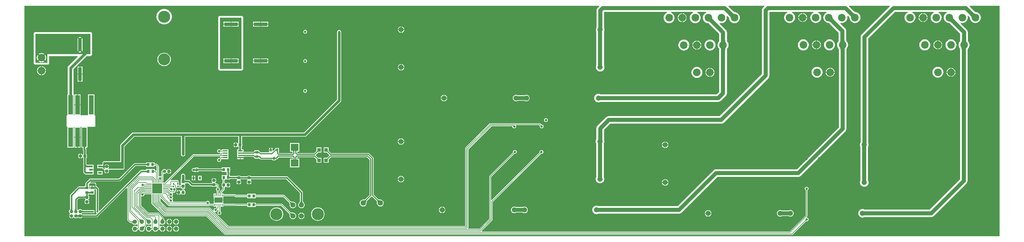
<source format=gtl>
G04*
G04 #@! TF.GenerationSoftware,Altium Limited,Altium Designer,20.1.8 (145)*
G04*
G04 Layer_Physical_Order=1*
G04 Layer_Color=255*
%FSLAX43Y43*%
%MOMM*%
G71*
G04*
G04 #@! TF.SameCoordinates,5712E5C3-EFE7-4622-A9FF-169796C5DE8E*
G04*
G04*
G04 #@! TF.FilePolarity,Positive*
G04*
G01*
G75*
%ADD10C,0.150*%
%ADD14C,0.300*%
%ADD16C,0.200*%
%ADD40C,1.600*%
%ADD46R,1.100X0.600*%
%ADD47R,1.400X5.700*%
G04:AMPARAMS|DCode=48|XSize=0.9mm|YSize=0.8mm|CornerRadius=0.2mm|HoleSize=0mm|Usage=FLASHONLY|Rotation=180.000|XOffset=0mm|YOffset=0mm|HoleType=Round|Shape=RoundedRectangle|*
%AMROUNDEDRECTD48*
21,1,0.900,0.400,0,0,180.0*
21,1,0.500,0.800,0,0,180.0*
1,1,0.400,-0.250,0.200*
1,1,0.400,0.250,0.200*
1,1,0.400,0.250,-0.200*
1,1,0.400,-0.250,-0.200*
%
%ADD48ROUNDEDRECTD48*%
%ADD49R,4.000X1.000*%
G04:AMPARAMS|DCode=50|XSize=0.9mm|YSize=0.8mm|CornerRadius=0.2mm|HoleSize=0mm|Usage=FLASHONLY|Rotation=90.000|XOffset=0mm|YOffset=0mm|HoleType=Round|Shape=RoundedRectangle|*
%AMROUNDEDRECTD50*
21,1,0.900,0.400,0,0,90.0*
21,1,0.500,0.800,0,0,90.0*
1,1,0.400,0.200,0.250*
1,1,0.400,0.200,-0.250*
1,1,0.400,-0.200,-0.250*
1,1,0.400,-0.200,0.250*
%
%ADD50ROUNDEDRECTD50*%
%ADD51R,1.000X4.000*%
%ADD52O,0.700X0.200*%
%ADD53R,0.250X0.700*%
%ADD54R,2.380X1.650*%
%ADD55R,1.090X1.090*%
%ADD56R,1.450X0.450*%
%ADD57R,0.600X0.900*%
%ADD58R,0.900X0.800*%
%ADD59R,2.300X2.100*%
%ADD60R,0.350X0.500*%
%ADD61R,0.850X0.850*%
%ADD62R,0.800X0.900*%
%ADD63O,0.200X0.700*%
%ADD64R,0.500X0.400*%
%ADD65R,2.900X2.900*%
%ADD66C,0.500*%
%ADD67C,0.800*%
%ADD68C,0.600*%
%ADD69C,1.200*%
%ADD70C,0.400*%
%ADD71C,0.750*%
%ADD72C,3.500*%
%ADD73C,2.200*%
%ADD74C,1.500*%
%ADD75C,1.000*%
%ADD76C,1.300*%
%ADD77C,0.700*%
G36*
X276693Y93708D02*
X276929Y93508D01*
X276999Y93460D01*
X277065Y93420D01*
X277128Y93389D01*
X277185Y93367D01*
X277239Y93354D01*
X277289Y93350D01*
X276200Y92261D01*
X276196Y92311D01*
X276183Y92365D01*
X276161Y92422D01*
X276130Y92485D01*
X276091Y92551D01*
X276042Y92621D01*
X275984Y92696D01*
X275842Y92857D01*
X275757Y92944D01*
X276606Y93793D01*
X276693Y93708D01*
D02*
G37*
G36*
X311763Y93708D02*
X311999Y93508D01*
X312069Y93459D01*
X312135Y93420D01*
X312197Y93389D01*
X312255Y93367D01*
X312309Y93354D01*
X312359Y93350D01*
X311270Y92261D01*
X311266Y92311D01*
X311253Y92364D01*
X311231Y92422D01*
X311200Y92485D01*
X311160Y92551D01*
X311112Y92621D01*
X311054Y92696D01*
X310912Y92857D01*
X310827Y92944D01*
X311676Y93793D01*
X311763Y93708D01*
D02*
G37*
G36*
X241563Y93658D02*
X241799Y93458D01*
X241869Y93409D01*
X241935Y93370D01*
X241998Y93339D01*
X242056Y93317D01*
X242109Y93304D01*
X242159Y93300D01*
X241070Y92211D01*
X241066Y92261D01*
X241053Y92314D01*
X241031Y92372D01*
X241000Y92435D01*
X240961Y92501D01*
X240912Y92571D01*
X240854Y92646D01*
X240712Y92807D01*
X240627Y92894D01*
X241476Y93743D01*
X241563Y93658D01*
D02*
G37*
G36*
X270784Y92189D02*
X270797Y92136D01*
X270819Y92078D01*
X270850Y92015D01*
X270889Y91949D01*
X270938Y91879D01*
X270996Y91804D01*
X271138Y91643D01*
X271223Y91556D01*
X270374Y90707D01*
X270287Y90792D01*
X270051Y90992D01*
X269981Y91041D01*
X269915Y91080D01*
X269852Y91111D01*
X269795Y91133D01*
X269741Y91146D01*
X269691Y91150D01*
X270780Y92239D01*
X270784Y92189D01*
D02*
G37*
G36*
X305854Y92189D02*
X305867Y92135D01*
X305889Y92078D01*
X305920Y92015D01*
X305959Y91949D01*
X306008Y91879D01*
X306066Y91804D01*
X306208Y91643D01*
X306293Y91556D01*
X305444Y90707D01*
X305357Y90792D01*
X305121Y90992D01*
X305051Y91040D01*
X304985Y91080D01*
X304922Y91111D01*
X304864Y91133D01*
X304811Y91146D01*
X304761Y91150D01*
X305850Y92239D01*
X305854Y92189D01*
D02*
G37*
G36*
X235654Y92139D02*
X235667Y92085D01*
X235689Y92028D01*
X235720Y91965D01*
X235760Y91899D01*
X235808Y91829D01*
X235866Y91754D01*
X236008Y91593D01*
X236093Y91506D01*
X235244Y90657D01*
X235157Y90742D01*
X234921Y90942D01*
X234851Y90991D01*
X234785Y91030D01*
X234723Y91061D01*
X234665Y91083D01*
X234611Y91096D01*
X234561Y91100D01*
X235650Y92189D01*
X235654Y92139D01*
D02*
G37*
G36*
X319470Y28280D02*
X35280D01*
Y95720D01*
X202700D01*
X202776Y95535D01*
X202323Y95082D01*
X202147Y94852D01*
X202036Y94584D01*
X201998Y94297D01*
Y89382D01*
X201958Y89330D01*
X201832Y89026D01*
X201789Y88700D01*
X201832Y88374D01*
X201941Y88112D01*
Y78288D01*
X201832Y78026D01*
X201789Y77700D01*
X201832Y77374D01*
X201958Y77070D01*
X202158Y76809D01*
X202420Y76608D01*
X202724Y76482D01*
X203050Y76439D01*
X203376Y76482D01*
X203680Y76608D01*
X203942Y76809D01*
X204142Y77070D01*
X204268Y77374D01*
X204311Y77700D01*
X204268Y78026D01*
X204160Y78288D01*
Y88112D01*
X204268Y88374D01*
X204311Y88700D01*
X204268Y89026D01*
X204217Y89149D01*
Y93837D01*
X204270Y93891D01*
X222492D01*
X222522Y93691D01*
X222505Y93685D01*
X222227Y93537D01*
X221983Y93337D01*
X221783Y93093D01*
X221635Y92815D01*
X221543Y92514D01*
X221512Y92200D01*
X221543Y91886D01*
X221635Y91585D01*
X221783Y91307D01*
X221983Y91063D01*
X222227Y90863D01*
X222505Y90715D01*
X222806Y90623D01*
X223120Y90592D01*
X223434Y90623D01*
X223735Y90715D01*
X224013Y90863D01*
X224257Y91063D01*
X224457Y91307D01*
X224605Y91585D01*
X224697Y91886D01*
X224728Y92200D01*
X224697Y92514D01*
X224605Y92815D01*
X224457Y93093D01*
X224257Y93337D01*
X224013Y93537D01*
X223735Y93685D01*
X223718Y93691D01*
X223748Y93891D01*
X230112D01*
X230142Y93691D01*
X230125Y93685D01*
X229847Y93537D01*
X229603Y93337D01*
X229403Y93093D01*
X229255Y92815D01*
X229163Y92514D01*
X229132Y92200D01*
X229163Y91886D01*
X229255Y91585D01*
X229403Y91307D01*
X229603Y91063D01*
X229847Y90863D01*
X230125Y90715D01*
X230426Y90623D01*
X230740Y90592D01*
X231054Y90623D01*
X231355Y90715D01*
X231633Y90863D01*
X231877Y91063D01*
X232077Y91307D01*
X232225Y91585D01*
X232317Y91886D01*
X232348Y92200D01*
X232317Y92514D01*
X232225Y92815D01*
X232077Y93093D01*
X231877Y93337D01*
X231633Y93537D01*
X231355Y93685D01*
X231338Y93691D01*
X231368Y93891D01*
X233922D01*
X233952Y93691D01*
X233935Y93685D01*
X233657Y93537D01*
X233413Y93337D01*
X233213Y93093D01*
X233065Y92815D01*
X232973Y92514D01*
X232942Y92200D01*
X232973Y91886D01*
X233065Y91585D01*
X233213Y91307D01*
X233413Y91063D01*
X233657Y90863D01*
X233935Y90715D01*
X234236Y90623D01*
X234502Y90597D01*
X234520Y90592D01*
X234522Y90592D01*
X234540Y90583D01*
X234574Y90562D01*
X234611Y90537D01*
X234815Y90364D01*
X234889Y90292D01*
X234890Y90291D01*
X237751Y87430D01*
Y85790D01*
X237750Y85789D01*
X237749Y85680D01*
X237737Y85494D01*
X237729Y85430D01*
X237719Y85375D01*
X237709Y85336D01*
X237703Y85317D01*
X237702Y85316D01*
X237693Y85300D01*
X237523Y85093D01*
X237375Y84815D01*
X237283Y84514D01*
X237252Y84200D01*
X237283Y83886D01*
X237375Y83585D01*
X237523Y83307D01*
X237693Y83100D01*
X237702Y83084D01*
X237703Y83083D01*
X237709Y83064D01*
X237719Y83025D01*
X237727Y82981D01*
X237749Y82715D01*
X237750Y82611D01*
X237751Y82610D01*
Y70570D01*
X236990Y69809D01*
X203138D01*
X202876Y69918D01*
X202550Y69961D01*
X202224Y69918D01*
X201920Y69792D01*
X201659Y69591D01*
X201458Y69330D01*
X201332Y69026D01*
X201289Y68700D01*
X201332Y68374D01*
X201458Y68070D01*
X201659Y67808D01*
X201920Y67608D01*
X202224Y67482D01*
X202550Y67439D01*
X202876Y67482D01*
X203138Y67590D01*
X237450D01*
X237737Y67628D01*
X238005Y67739D01*
X238235Y67915D01*
X239645Y69326D01*
X239821Y69555D01*
X239932Y69823D01*
X239970Y70110D01*
Y82610D01*
X239970Y82611D01*
X239971Y82720D01*
X239983Y82906D01*
X239991Y82970D01*
X240001Y83025D01*
X240011Y83064D01*
X240017Y83083D01*
X240018Y83084D01*
X240027Y83100D01*
X240197Y83307D01*
X240345Y83585D01*
X240437Y83886D01*
X240468Y84200D01*
X240437Y84514D01*
X240345Y84815D01*
X240197Y85093D01*
X240027Y85300D01*
X240018Y85316D01*
X240017Y85317D01*
X240011Y85336D01*
X240001Y85375D01*
X239993Y85419D01*
X239971Y85685D01*
X239970Y85789D01*
X239970Y85790D01*
Y87890D01*
X239932Y88177D01*
X239821Y88445D01*
X239645Y88675D01*
X237843Y90476D01*
X237949Y90653D01*
X238046Y90623D01*
X238360Y90592D01*
X238674Y90623D01*
X238975Y90715D01*
X239253Y90863D01*
X239497Y91063D01*
X239697Y91307D01*
X239845Y91585D01*
X239937Y91886D01*
X239968Y92200D01*
X239937Y92514D01*
X239907Y92611D01*
X240084Y92717D01*
X240261Y92540D01*
X240262Y92539D01*
X240338Y92461D01*
X240461Y92321D01*
X240500Y92270D01*
X240532Y92224D01*
X240553Y92190D01*
X240562Y92172D01*
X240562Y92170D01*
X240567Y92152D01*
X240593Y91886D01*
X240685Y91585D01*
X240833Y91307D01*
X241033Y91063D01*
X241277Y90863D01*
X241555Y90715D01*
X241856Y90623D01*
X242170Y90592D01*
X242484Y90623D01*
X242785Y90715D01*
X243063Y90863D01*
X243307Y91063D01*
X243507Y91307D01*
X243655Y91585D01*
X243747Y91886D01*
X243778Y92200D01*
X243747Y92514D01*
X243655Y92815D01*
X243507Y93093D01*
X243307Y93337D01*
X243063Y93537D01*
X242785Y93685D01*
X242484Y93777D01*
X242218Y93803D01*
X242200Y93808D01*
X242199Y93808D01*
X242181Y93817D01*
X242146Y93838D01*
X242109Y93863D01*
X241906Y94036D01*
X241831Y94108D01*
X241830Y94109D01*
X240404Y95535D01*
X240481Y95720D01*
X250842D01*
X250919Y95535D01*
X250465Y95082D01*
X250289Y94852D01*
X250178Y94584D01*
X250141Y94297D01*
Y75710D01*
X237840Y63409D01*
X205550D01*
X205263Y63372D01*
X204995Y63261D01*
X204765Y63084D01*
X202273Y60592D01*
X202097Y60362D01*
X201986Y60095D01*
X201948Y59807D01*
Y56682D01*
X201908Y56630D01*
X201782Y56326D01*
X201739Y56000D01*
X201782Y55674D01*
X201891Y55412D01*
Y45588D01*
X201782Y45326D01*
X201739Y45000D01*
X201782Y44674D01*
X201908Y44370D01*
X202109Y44109D01*
X202370Y43908D01*
X202674Y43782D01*
X203000Y43739D01*
X203326Y43782D01*
X203630Y43908D01*
X203892Y44109D01*
X204092Y44370D01*
X204218Y44674D01*
X204261Y45000D01*
X204218Y45326D01*
X204110Y45588D01*
Y55412D01*
X204218Y55674D01*
X204261Y56000D01*
X204218Y56326D01*
X204167Y56449D01*
Y59348D01*
X206010Y61190D01*
X238300D01*
X238587Y61228D01*
X238855Y61339D01*
X239085Y61515D01*
X252035Y74465D01*
X252211Y74695D01*
X252322Y74963D01*
X252359Y75250D01*
Y93837D01*
X252413Y93891D01*
X257501D01*
X257551Y93691D01*
X257357Y93587D01*
X257113Y93387D01*
X256913Y93143D01*
X256765Y92865D01*
X256673Y92564D01*
X256642Y92250D01*
X256673Y91936D01*
X256765Y91635D01*
X256913Y91357D01*
X257113Y91113D01*
X257357Y90913D01*
X257635Y90765D01*
X257936Y90673D01*
X258250Y90642D01*
X258564Y90673D01*
X258865Y90765D01*
X259143Y90913D01*
X259387Y91113D01*
X259587Y91357D01*
X259735Y91635D01*
X259827Y91936D01*
X259858Y92250D01*
X259827Y92564D01*
X259735Y92865D01*
X259587Y93143D01*
X259387Y93387D01*
X259143Y93587D01*
X258949Y93691D01*
X258999Y93891D01*
X265121D01*
X265171Y93691D01*
X264977Y93587D01*
X264733Y93387D01*
X264533Y93143D01*
X264385Y92865D01*
X264293Y92564D01*
X264262Y92250D01*
X264293Y91936D01*
X264385Y91635D01*
X264533Y91357D01*
X264733Y91113D01*
X264977Y90913D01*
X265255Y90765D01*
X265556Y90673D01*
X265870Y90642D01*
X266184Y90673D01*
X266485Y90765D01*
X266763Y90913D01*
X267007Y91113D01*
X267207Y91357D01*
X267355Y91635D01*
X267447Y91936D01*
X267478Y92250D01*
X267447Y92564D01*
X267355Y92865D01*
X267207Y93143D01*
X267007Y93387D01*
X266763Y93587D01*
X266569Y93691D01*
X266619Y93891D01*
X268931D01*
X268981Y93691D01*
X268787Y93587D01*
X268543Y93387D01*
X268343Y93143D01*
X268195Y92865D01*
X268103Y92564D01*
X268072Y92250D01*
X268103Y91936D01*
X268195Y91635D01*
X268343Y91357D01*
X268543Y91113D01*
X268787Y90913D01*
X269065Y90765D01*
X269366Y90673D01*
X269632Y90647D01*
X269650Y90642D01*
X269652Y90642D01*
X269670Y90633D01*
X269704Y90612D01*
X269741Y90587D01*
X269944Y90414D01*
X270019Y90342D01*
X270020Y90341D01*
X272546Y87815D01*
Y85823D01*
X272545Y85822D01*
X272544Y85708D01*
X272540Y85618D01*
X272524Y85454D01*
X272515Y85404D01*
X272505Y85363D01*
X272498Y85341D01*
X272497Y85340D01*
X272483Y85314D01*
X272343Y85143D01*
X272195Y84865D01*
X272103Y84564D01*
X272072Y84250D01*
X272103Y83936D01*
X272195Y83635D01*
X272343Y83357D01*
X272513Y83150D01*
X272522Y83134D01*
X272523Y83133D01*
X272529Y83114D01*
X272539Y83075D01*
X272547Y83031D01*
X272569Y82765D01*
X272570Y82661D01*
X272570Y82660D01*
Y60140D01*
X260290Y47859D01*
X236791D01*
X236503Y47822D01*
X236236Y47711D01*
X236006Y47535D01*
X225581Y37110D01*
X202588D01*
X202326Y37218D01*
X202000Y37261D01*
X201674Y37218D01*
X201370Y37092D01*
X201108Y36892D01*
X200908Y36630D01*
X200782Y36326D01*
X200739Y36000D01*
X200782Y35674D01*
X200908Y35370D01*
X201108Y35109D01*
X201370Y34908D01*
X201674Y34782D01*
X202000Y34739D01*
X202326Y34782D01*
X202588Y34891D01*
X226041D01*
X226328Y34928D01*
X226595Y35039D01*
X226825Y35215D01*
X237250Y45641D01*
X260750D01*
X261037Y45678D01*
X261305Y45789D01*
X261535Y45965D01*
X274465Y58895D01*
X274641Y59125D01*
X274752Y59393D01*
X274789Y59680D01*
Y82660D01*
X274790Y82661D01*
X274791Y82770D01*
X274803Y82956D01*
X274811Y83020D01*
X274821Y83075D01*
X274831Y83114D01*
X274837Y83133D01*
X274838Y83134D01*
X274847Y83150D01*
X275017Y83357D01*
X275165Y83635D01*
X275257Y83936D01*
X275288Y84250D01*
X275257Y84564D01*
X275165Y84865D01*
X275017Y85143D01*
X274817Y85387D01*
X274815Y85389D01*
X274813Y85392D01*
X274813Y85392D01*
X274807Y85408D01*
X274797Y85446D01*
X274789Y85488D01*
X274766Y85752D01*
X274765Y85855D01*
X274765Y85856D01*
Y85861D01*
X274765Y85861D01*
X274765Y85862D01*
Y88275D01*
X274727Y88562D01*
X274616Y88830D01*
X274440Y89059D01*
X272973Y90526D01*
X273079Y90703D01*
X273176Y90673D01*
X273490Y90642D01*
X273804Y90673D01*
X274105Y90765D01*
X274383Y90913D01*
X274627Y91113D01*
X274827Y91357D01*
X274975Y91635D01*
X275067Y91936D01*
X275098Y92250D01*
X275067Y92564D01*
X275037Y92661D01*
X275214Y92767D01*
X275391Y92590D01*
X275392Y92589D01*
X275467Y92511D01*
X275591Y92371D01*
X275630Y92320D01*
X275662Y92274D01*
X275683Y92240D01*
X275692Y92222D01*
X275692Y92220D01*
X275697Y92202D01*
X275723Y91936D01*
X275815Y91635D01*
X275963Y91357D01*
X276163Y91113D01*
X276407Y90913D01*
X276685Y90765D01*
X276986Y90673D01*
X277300Y90642D01*
X277614Y90673D01*
X277915Y90765D01*
X278193Y90913D01*
X278437Y91113D01*
X278637Y91357D01*
X278785Y91635D01*
X278877Y91936D01*
X278908Y92250D01*
X278877Y92564D01*
X278785Y92865D01*
X278637Y93143D01*
X278437Y93387D01*
X278193Y93587D01*
X277915Y93735D01*
X277614Y93827D01*
X277348Y93853D01*
X277330Y93858D01*
X277329Y93858D01*
X277310Y93867D01*
X277276Y93888D01*
X277239Y93913D01*
X277036Y94086D01*
X276961Y94158D01*
X276960Y94159D01*
X275584Y95535D01*
X275661Y95720D01*
X287389D01*
X287466Y95535D01*
X279273Y87342D01*
X279096Y87112D01*
X278986Y86844D01*
X278948Y86557D01*
Y55682D01*
X278908Y55630D01*
X278782Y55326D01*
X278739Y55000D01*
X278782Y54674D01*
X278890Y54412D01*
Y44588D01*
X278782Y44326D01*
X278739Y44000D01*
X278782Y43674D01*
X278908Y43370D01*
X279108Y43108D01*
X279370Y42908D01*
X279674Y42782D01*
X280000Y42739D01*
X280326Y42782D01*
X280630Y42908D01*
X280891Y43108D01*
X281092Y43370D01*
X281218Y43674D01*
X281261Y44000D01*
X281218Y44326D01*
X281109Y44588D01*
Y54412D01*
X281218Y54674D01*
X281261Y55000D01*
X281218Y55326D01*
X281167Y55449D01*
Y86098D01*
X288960Y93891D01*
X292571D01*
X292621Y93691D01*
X292427Y93587D01*
X292183Y93387D01*
X291983Y93143D01*
X291835Y92865D01*
X291743Y92564D01*
X291712Y92250D01*
X291743Y91936D01*
X291835Y91635D01*
X291983Y91357D01*
X292183Y91113D01*
X292427Y90913D01*
X292705Y90765D01*
X293006Y90673D01*
X293320Y90642D01*
X293634Y90673D01*
X293935Y90765D01*
X294213Y90913D01*
X294457Y91113D01*
X294657Y91357D01*
X294805Y91635D01*
X294897Y91936D01*
X294928Y92250D01*
X294897Y92564D01*
X294805Y92865D01*
X294657Y93143D01*
X294457Y93387D01*
X294213Y93587D01*
X294019Y93691D01*
X294069Y93891D01*
X300191D01*
X300241Y93691D01*
X300047Y93587D01*
X299803Y93387D01*
X299603Y93143D01*
X299455Y92865D01*
X299363Y92564D01*
X299332Y92250D01*
X299363Y91936D01*
X299455Y91635D01*
X299603Y91357D01*
X299803Y91113D01*
X300047Y90913D01*
X300325Y90765D01*
X300626Y90673D01*
X300940Y90642D01*
X301254Y90673D01*
X301555Y90765D01*
X301833Y90913D01*
X302077Y91113D01*
X302277Y91357D01*
X302425Y91635D01*
X302517Y91936D01*
X302548Y92250D01*
X302517Y92564D01*
X302425Y92865D01*
X302277Y93143D01*
X302077Y93387D01*
X301833Y93587D01*
X301639Y93691D01*
X301689Y93891D01*
X304001D01*
X304051Y93691D01*
X303857Y93587D01*
X303613Y93387D01*
X303413Y93143D01*
X303265Y92865D01*
X303173Y92564D01*
X303142Y92250D01*
X303173Y91936D01*
X303265Y91635D01*
X303413Y91357D01*
X303613Y91113D01*
X303857Y90913D01*
X304135Y90765D01*
X304436Y90673D01*
X304702Y90647D01*
X304720Y90642D01*
X304721Y90642D01*
X304739Y90633D01*
X304774Y90612D01*
X304811Y90587D01*
X305014Y90414D01*
X305089Y90342D01*
X305090Y90341D01*
X307950Y87480D01*
Y85840D01*
X307950Y85839D01*
X307949Y85730D01*
X307937Y85544D01*
X307929Y85480D01*
X307919Y85425D01*
X307909Y85386D01*
X307903Y85367D01*
X307902Y85366D01*
X307893Y85350D01*
X307723Y85143D01*
X307575Y84865D01*
X307483Y84564D01*
X307452Y84250D01*
X307483Y83936D01*
X307575Y83635D01*
X307723Y83357D01*
X307828Y83229D01*
X307843Y83199D01*
X307844Y83197D01*
X307852Y83172D01*
X307861Y83129D01*
X307869Y83081D01*
X307889Y82810D01*
X307890Y82704D01*
X307891Y82702D01*
Y44960D01*
X299040Y36109D01*
X280088D01*
X279826Y36218D01*
X279500Y36261D01*
X279174Y36218D01*
X278870Y36092D01*
X278608Y35891D01*
X278408Y35630D01*
X278282Y35326D01*
X278239Y35000D01*
X278282Y34674D01*
X278408Y34370D01*
X278608Y34108D01*
X278870Y33908D01*
X279174Y33782D01*
X279500Y33739D01*
X279826Y33782D01*
X280088Y33890D01*
X299500D01*
X299787Y33928D01*
X300055Y34039D01*
X300284Y34215D01*
X309785Y43715D01*
X309961Y43945D01*
X310072Y44213D01*
X310109Y44500D01*
Y82623D01*
X310110Y82624D01*
X310111Y82731D01*
X310124Y82914D01*
X310133Y82975D01*
X310143Y83026D01*
X310153Y83062D01*
X310158Y83075D01*
X310165Y83087D01*
X310197Y83113D01*
X310397Y83357D01*
X310545Y83635D01*
X310637Y83936D01*
X310668Y84250D01*
X310637Y84564D01*
X310545Y84865D01*
X310397Y85143D01*
X310227Y85350D01*
X310218Y85366D01*
X310217Y85367D01*
X310211Y85386D01*
X310201Y85425D01*
X310193Y85469D01*
X310171Y85735D01*
X310170Y85839D01*
X310169Y85840D01*
Y87940D01*
X310132Y88227D01*
X310021Y88495D01*
X309844Y88725D01*
X308043Y90526D01*
X308149Y90703D01*
X308246Y90673D01*
X308560Y90642D01*
X308874Y90673D01*
X309175Y90765D01*
X309453Y90913D01*
X309697Y91113D01*
X309897Y91357D01*
X310045Y91635D01*
X310137Y91936D01*
X310168Y92250D01*
X310137Y92564D01*
X310107Y92661D01*
X310284Y92767D01*
X310461Y92590D01*
X310462Y92589D01*
X310537Y92511D01*
X310661Y92371D01*
X310700Y92320D01*
X310732Y92274D01*
X310753Y92240D01*
X310762Y92221D01*
X310762Y92220D01*
X310767Y92202D01*
X310793Y91936D01*
X310885Y91635D01*
X311033Y91357D01*
X311233Y91113D01*
X311477Y90913D01*
X311755Y90765D01*
X312056Y90673D01*
X312370Y90642D01*
X312684Y90673D01*
X312985Y90765D01*
X313263Y90913D01*
X313507Y91113D01*
X313707Y91357D01*
X313855Y91635D01*
X313947Y91936D01*
X313978Y92250D01*
X313947Y92564D01*
X313855Y92865D01*
X313707Y93143D01*
X313507Y93387D01*
X313263Y93587D01*
X312985Y93735D01*
X312684Y93827D01*
X312418Y93853D01*
X312400Y93858D01*
X312398Y93858D01*
X312380Y93867D01*
X312346Y93888D01*
X312309Y93913D01*
X312105Y94086D01*
X312031Y94158D01*
X312030Y94159D01*
X310654Y95535D01*
X310731Y95720D01*
X319470D01*
X319470Y28280D01*
D02*
G37*
G36*
X309662Y85711D02*
X309687Y85402D01*
X309702Y85318D01*
X309721Y85243D01*
X309743Y85177D01*
X309769Y85121D01*
X309798Y85074D01*
X309830Y85036D01*
X308290Y85036D01*
X308322Y85074D01*
X308351Y85121D01*
X308377Y85177D01*
X308399Y85243D01*
X308417Y85318D01*
X308433Y85402D01*
X308445Y85496D01*
X308458Y85711D01*
X308460Y85832D01*
X309660Y85832D01*
X309662Y85711D01*
D02*
G37*
G36*
X274257Y85726D02*
X274283Y85418D01*
X274299Y85334D01*
X274319Y85259D01*
X274342Y85194D01*
X274368Y85138D01*
X274398Y85090D01*
X274432Y85053D01*
X272892Y85018D01*
X272923Y85056D01*
X272951Y85103D01*
X272975Y85160D01*
X272997Y85226D01*
X273014Y85301D01*
X273029Y85385D01*
X273049Y85582D01*
X273054Y85694D01*
X273055Y85815D01*
X274255Y85848D01*
X274257Y85726D01*
D02*
G37*
G36*
X239462Y85661D02*
X239487Y85352D01*
X239503Y85268D01*
X239521Y85193D01*
X239543Y85127D01*
X239569Y85071D01*
X239598Y85024D01*
X239630Y84986D01*
X238090D01*
X238122Y85024D01*
X238151Y85071D01*
X238177Y85127D01*
X238199Y85193D01*
X238218Y85268D01*
X238233Y85352D01*
X238245Y85446D01*
X238258Y85661D01*
X238260Y85782D01*
X239460D01*
X239462Y85661D01*
D02*
G37*
G36*
X274418Y83426D02*
X274389Y83379D01*
X274363Y83323D01*
X274341Y83257D01*
X274322Y83182D01*
X274307Y83098D01*
X274295Y83004D01*
X274282Y82789D01*
X274280Y82668D01*
X273080D01*
X273078Y82789D01*
X273053Y83098D01*
X273037Y83182D01*
X273019Y83257D01*
X272997Y83323D01*
X272971Y83379D01*
X272942Y83426D01*
X272910Y83464D01*
X274450D01*
X274418Y83426D01*
D02*
G37*
G36*
X309786Y83424D02*
X309751Y83386D01*
X309719Y83340D01*
X309691Y83284D01*
X309667Y83218D01*
X309647Y83144D01*
X309630Y83060D01*
X309617Y82967D01*
X309602Y82753D01*
X309600Y82632D01*
X308400Y82710D01*
X308398Y82832D01*
X308376Y83141D01*
X308362Y83225D01*
X308345Y83300D01*
X308326Y83366D01*
X308303Y83423D01*
X308277Y83470D01*
X308248Y83508D01*
X309786Y83424D01*
D02*
G37*
G36*
X239598Y83376D02*
X239569Y83329D01*
X239543Y83273D01*
X239521Y83207D01*
X239503Y83132D01*
X239487Y83048D01*
X239475Y82954D01*
X239462Y82739D01*
X239460Y82618D01*
X238260D01*
X238258Y82739D01*
X238233Y83048D01*
X238218Y83132D01*
X238199Y83207D01*
X238177Y83273D01*
X238151Y83329D01*
X238122Y83376D01*
X238090Y83414D01*
X239630D01*
X239598Y83376D01*
D02*
G37*
%LPC*%
G36*
X262160Y93548D02*
Y92350D01*
X263358D01*
X263327Y92589D01*
X263196Y92906D01*
X262987Y93177D01*
X262716Y93386D01*
X262399Y93517D01*
X262160Y93548D01*
D02*
G37*
G36*
X261960D02*
X261721Y93517D01*
X261404Y93386D01*
X261133Y93177D01*
X260924Y92906D01*
X260793Y92589D01*
X260762Y92350D01*
X261960D01*
Y93548D01*
D02*
G37*
G36*
X297230Y93548D02*
Y92350D01*
X298428D01*
X298396Y92589D01*
X298266Y92906D01*
X298057Y93177D01*
X297786Y93386D01*
X297469Y93517D01*
X297230Y93548D01*
D02*
G37*
G36*
X297030Y93548D02*
X296791Y93517D01*
X296474Y93386D01*
X296203Y93177D01*
X295994Y92906D01*
X295863Y92589D01*
X295832Y92350D01*
X297030D01*
Y93548D01*
D02*
G37*
G36*
X227030Y93498D02*
Y92300D01*
X228228D01*
X228197Y92539D01*
X228066Y92856D01*
X227857Y93127D01*
X227586Y93336D01*
X227269Y93467D01*
X227030Y93498D01*
D02*
G37*
G36*
X226830Y93498D02*
X226591Y93467D01*
X226274Y93336D01*
X226003Y93127D01*
X225794Y92856D01*
X225664Y92539D01*
X225632Y92300D01*
X226830D01*
Y93498D01*
D02*
G37*
G36*
X263358Y92150D02*
X262160D01*
Y90952D01*
X262399Y90983D01*
X262716Y91114D01*
X262987Y91323D01*
X263196Y91594D01*
X263327Y91911D01*
X263358Y92150D01*
D02*
G37*
G36*
X261960D02*
X260762D01*
X260793Y91911D01*
X260924Y91594D01*
X261133Y91323D01*
X261404Y91114D01*
X261721Y90983D01*
X261960Y90952D01*
Y92150D01*
D02*
G37*
G36*
X298428Y92150D02*
X297230D01*
Y90952D01*
X297469Y90983D01*
X297786Y91114D01*
X298057Y91323D01*
X298266Y91594D01*
X298396Y91911D01*
X298428Y92150D01*
D02*
G37*
G36*
X297030D02*
X295832D01*
X295863Y91911D01*
X295994Y91594D01*
X296203Y91323D01*
X296474Y91114D01*
X296791Y90983D01*
X297030Y90952D01*
Y92150D01*
D02*
G37*
G36*
X226830Y92100D02*
X225632D01*
X225664Y91861D01*
X225794Y91544D01*
X226003Y91273D01*
X226274Y91064D01*
X226591Y90933D01*
X226830Y90902D01*
Y92100D01*
D02*
G37*
G36*
X228228D02*
X227030D01*
Y90902D01*
X227269Y90933D01*
X227586Y91064D01*
X227857Y91273D01*
X228066Y91544D01*
X228197Y91861D01*
X228228Y92100D01*
D02*
G37*
G36*
X106300Y91000D02*
X104200D01*
Y90400D01*
X106300D01*
Y91000D01*
D02*
G37*
G36*
X104000D02*
X101900D01*
Y90400D01*
X104000D01*
Y91000D01*
D02*
G37*
G36*
X76000Y94761D02*
X75559Y94717D01*
X75135Y94589D01*
X74744Y94380D01*
X74401Y94099D01*
X74120Y93756D01*
X73911Y93365D01*
X73783Y92941D01*
X73739Y92500D01*
X73783Y92059D01*
X73911Y91635D01*
X74120Y91244D01*
X74401Y90901D01*
X74744Y90620D01*
X75135Y90411D01*
X75559Y90283D01*
X76000Y90239D01*
X76441Y90283D01*
X76865Y90411D01*
X77256Y90620D01*
X77599Y90901D01*
X77880Y91244D01*
X78089Y91635D01*
X78217Y92059D01*
X78261Y92500D01*
X78217Y92941D01*
X78089Y93365D01*
X77880Y93756D01*
X77599Y94099D01*
X77256Y94380D01*
X76865Y94589D01*
X76441Y94717D01*
X76000Y94761D01*
D02*
G37*
G36*
X106300Y90200D02*
X104200D01*
Y89600D01*
X106300D01*
Y90200D01*
D02*
G37*
G36*
X104000D02*
X101900D01*
Y89600D01*
X104000D01*
Y90200D01*
D02*
G37*
G36*
X145150Y89645D02*
Y88800D01*
X145995D01*
X145976Y88948D01*
X145880Y89179D01*
X145728Y89378D01*
X145529Y89530D01*
X145298Y89626D01*
X145150Y89645D01*
D02*
G37*
G36*
X144950D02*
X144802Y89626D01*
X144571Y89530D01*
X144372Y89378D01*
X144220Y89179D01*
X144124Y88948D01*
X144105Y88800D01*
X144950D01*
Y89645D01*
D02*
G37*
G36*
Y88600D02*
X144105D01*
X144124Y88452D01*
X144220Y88221D01*
X144372Y88022D01*
X144571Y87870D01*
X144802Y87774D01*
X144950Y87755D01*
Y88600D01*
D02*
G37*
G36*
X145995D02*
X145150D01*
Y87755D01*
X145298Y87774D01*
X145529Y87870D01*
X145728Y88022D01*
X145880Y88221D01*
X145976Y88452D01*
X145995Y88600D01*
D02*
G37*
G36*
X117100Y88661D02*
X116885Y88618D01*
X116703Y88497D01*
X116582Y88315D01*
X116539Y88100D01*
X116582Y87885D01*
X116703Y87703D01*
X116885Y87582D01*
X117100Y87539D01*
X117315Y87582D01*
X117497Y87703D01*
X117618Y87885D01*
X117661Y88100D01*
X117618Y88315D01*
X117497Y88497D01*
X117315Y88618D01*
X117100Y88661D01*
D02*
G37*
G36*
X301540Y85548D02*
Y84350D01*
X302738D01*
X302706Y84589D01*
X302576Y84906D01*
X302367Y85177D01*
X302096Y85386D01*
X301779Y85517D01*
X301540Y85548D01*
D02*
G37*
G36*
X301340D02*
X301101Y85517D01*
X300784Y85386D01*
X300513Y85177D01*
X300304Y84906D01*
X300173Y84589D01*
X300142Y84350D01*
X301340D01*
Y85548D01*
D02*
G37*
G36*
X266160D02*
Y84350D01*
X267358D01*
X267327Y84589D01*
X267196Y84906D01*
X266987Y85177D01*
X266716Y85386D01*
X266399Y85517D01*
X266160Y85548D01*
D02*
G37*
G36*
X265960Y85548D02*
X265721Y85517D01*
X265404Y85386D01*
X265133Y85177D01*
X264924Y84906D01*
X264793Y84589D01*
X264762Y84350D01*
X265960D01*
Y85548D01*
D02*
G37*
G36*
X231340Y85498D02*
Y84300D01*
X232538D01*
X232507Y84539D01*
X232376Y84856D01*
X232167Y85127D01*
X231896Y85336D01*
X231579Y85467D01*
X231340Y85498D01*
D02*
G37*
G36*
X231140Y85498D02*
X230901Y85467D01*
X230584Y85336D01*
X230313Y85127D01*
X230105Y84856D01*
X229974Y84539D01*
X229942Y84300D01*
X231140D01*
Y85498D01*
D02*
G37*
G36*
X265960Y84150D02*
X264762D01*
X264793Y83911D01*
X264924Y83594D01*
X265133Y83323D01*
X265404Y83114D01*
X265721Y82983D01*
X265960Y82952D01*
Y84150D01*
D02*
G37*
G36*
X301340Y84150D02*
X300142D01*
X300173Y83911D01*
X300304Y83594D01*
X300513Y83323D01*
X300784Y83114D01*
X301101Y82983D01*
X301340Y82952D01*
Y84150D01*
D02*
G37*
G36*
X302738D02*
X301540D01*
Y82952D01*
X301779Y82983D01*
X302096Y83114D01*
X302367Y83323D01*
X302576Y83594D01*
X302706Y83911D01*
X302738Y84150D01*
D02*
G37*
G36*
X267358Y84150D02*
X266160D01*
Y82952D01*
X266399Y82983D01*
X266716Y83114D01*
X266987Y83323D01*
X267196Y83594D01*
X267327Y83911D01*
X267358Y84150D01*
D02*
G37*
G36*
X232538Y84100D02*
X231340D01*
Y82902D01*
X231579Y82933D01*
X231896Y83064D01*
X232167Y83273D01*
X232376Y83544D01*
X232507Y83861D01*
X232538Y84100D01*
D02*
G37*
G36*
X231140D02*
X229942D01*
X229974Y83861D01*
X230105Y83544D01*
X230313Y83273D01*
X230584Y83064D01*
X230901Y82933D01*
X231140Y82902D01*
Y84100D01*
D02*
G37*
G36*
X305250Y85858D02*
X304936Y85827D01*
X304635Y85735D01*
X304357Y85587D01*
X304113Y85387D01*
X303913Y85143D01*
X303765Y84865D01*
X303673Y84564D01*
X303642Y84250D01*
X303673Y83936D01*
X303765Y83635D01*
X303913Y83357D01*
X304113Y83113D01*
X304357Y82913D01*
X304635Y82765D01*
X304936Y82673D01*
X305250Y82642D01*
X305564Y82673D01*
X305865Y82765D01*
X306143Y82913D01*
X306387Y83113D01*
X306587Y83357D01*
X306735Y83635D01*
X306827Y83936D01*
X306858Y84250D01*
X306827Y84564D01*
X306735Y84865D01*
X306587Y85143D01*
X306387Y85387D01*
X306143Y85587D01*
X305865Y85735D01*
X305564Y85827D01*
X305250Y85858D01*
D02*
G37*
G36*
X297630D02*
X297316Y85827D01*
X297015Y85735D01*
X296737Y85587D01*
X296493Y85387D01*
X296293Y85143D01*
X296145Y84865D01*
X296053Y84564D01*
X296022Y84250D01*
X296053Y83936D01*
X296145Y83635D01*
X296293Y83357D01*
X296493Y83113D01*
X296737Y82913D01*
X297015Y82765D01*
X297316Y82673D01*
X297630Y82642D01*
X297944Y82673D01*
X298245Y82765D01*
X298523Y82913D01*
X298767Y83113D01*
X298967Y83357D01*
X299115Y83635D01*
X299207Y83936D01*
X299238Y84250D01*
X299207Y84564D01*
X299115Y84865D01*
X298967Y85143D01*
X298767Y85387D01*
X298523Y85587D01*
X298245Y85735D01*
X297944Y85827D01*
X297630Y85858D01*
D02*
G37*
G36*
X269870D02*
X269556Y85827D01*
X269255Y85735D01*
X268977Y85587D01*
X268733Y85387D01*
X268533Y85143D01*
X268385Y84865D01*
X268293Y84564D01*
X268262Y84250D01*
X268293Y83936D01*
X268385Y83635D01*
X268533Y83357D01*
X268733Y83113D01*
X268977Y82913D01*
X269255Y82765D01*
X269556Y82673D01*
X269870Y82642D01*
X270184Y82673D01*
X270485Y82765D01*
X270763Y82913D01*
X271007Y83113D01*
X271207Y83357D01*
X271355Y83635D01*
X271447Y83936D01*
X271478Y84250D01*
X271447Y84564D01*
X271355Y84865D01*
X271207Y85143D01*
X271007Y85387D01*
X270763Y85587D01*
X270485Y85735D01*
X270184Y85827D01*
X269870Y85858D01*
D02*
G37*
G36*
X262250D02*
X261936Y85827D01*
X261635Y85735D01*
X261357Y85587D01*
X261113Y85387D01*
X260913Y85143D01*
X260765Y84865D01*
X260673Y84564D01*
X260642Y84250D01*
X260673Y83936D01*
X260765Y83635D01*
X260913Y83357D01*
X261113Y83113D01*
X261357Y82913D01*
X261635Y82765D01*
X261936Y82673D01*
X262250Y82642D01*
X262564Y82673D01*
X262865Y82765D01*
X263143Y82913D01*
X263387Y83113D01*
X263587Y83357D01*
X263735Y83635D01*
X263827Y83936D01*
X263858Y84250D01*
X263827Y84564D01*
X263735Y84865D01*
X263587Y85143D01*
X263387Y85387D01*
X263143Y85587D01*
X262865Y85735D01*
X262564Y85827D01*
X262250Y85858D01*
D02*
G37*
G36*
X235050Y85808D02*
X234736Y85777D01*
X234435Y85685D01*
X234157Y85537D01*
X233913Y85337D01*
X233713Y85093D01*
X233565Y84815D01*
X233473Y84514D01*
X233442Y84200D01*
X233473Y83886D01*
X233565Y83585D01*
X233713Y83307D01*
X233913Y83063D01*
X234157Y82863D01*
X234435Y82715D01*
X234736Y82623D01*
X235050Y82592D01*
X235364Y82623D01*
X235665Y82715D01*
X235943Y82863D01*
X236187Y83063D01*
X236387Y83307D01*
X236535Y83585D01*
X236627Y83886D01*
X236658Y84200D01*
X236627Y84514D01*
X236535Y84815D01*
X236387Y85093D01*
X236187Y85337D01*
X235943Y85537D01*
X235665Y85685D01*
X235364Y85777D01*
X235050Y85808D01*
D02*
G37*
G36*
X227430D02*
X227116Y85777D01*
X226815Y85685D01*
X226537Y85537D01*
X226293Y85337D01*
X226093Y85093D01*
X225945Y84815D01*
X225853Y84514D01*
X225822Y84200D01*
X225853Y83886D01*
X225945Y83585D01*
X226093Y83307D01*
X226293Y83063D01*
X226537Y82863D01*
X226815Y82715D01*
X227116Y82623D01*
X227430Y82592D01*
X227744Y82623D01*
X228045Y82715D01*
X228323Y82863D01*
X228567Y83063D01*
X228767Y83307D01*
X228915Y83585D01*
X229007Y83886D01*
X229038Y84200D01*
X229007Y84514D01*
X228915Y84815D01*
X228767Y85093D01*
X228567Y85337D01*
X228323Y85537D01*
X228045Y85685D01*
X227744Y85777D01*
X227430Y85808D01*
D02*
G37*
G36*
X106300Y80300D02*
X104200D01*
Y79700D01*
X106300D01*
Y80300D01*
D02*
G37*
G36*
X104000D02*
X101900D01*
Y79700D01*
X104000D01*
Y80300D01*
D02*
G37*
G36*
X117100Y80084D02*
X116885Y80042D01*
X116704Y79920D01*
X116582Y79738D01*
X116539Y79524D01*
X116582Y79309D01*
X116704Y79127D01*
X116885Y79006D01*
X117100Y78963D01*
X117315Y79006D01*
X117497Y79127D01*
X117618Y79309D01*
X117661Y79524D01*
X117618Y79738D01*
X117497Y79920D01*
X117315Y80042D01*
X117100Y80084D01*
D02*
G37*
G36*
X106300Y79500D02*
X104200D01*
Y78900D01*
X106300D01*
Y79500D01*
D02*
G37*
G36*
X104000D02*
X101900D01*
Y78900D01*
X104000D01*
Y79500D01*
D02*
G37*
G36*
X76000Y81959D02*
X75618Y81922D01*
X75250Y81810D01*
X74911Y81629D01*
X74614Y81386D01*
X74371Y81089D01*
X74190Y80750D01*
X74078Y80382D01*
X74041Y80000D01*
X74078Y79618D01*
X74190Y79250D01*
X74371Y78911D01*
X74614Y78614D01*
X74911Y78371D01*
X75250Y78190D01*
X75618Y78078D01*
X76000Y78041D01*
X76382Y78078D01*
X76750Y78190D01*
X77089Y78371D01*
X77386Y78614D01*
X77629Y78911D01*
X77810Y79250D01*
X77922Y79618D01*
X77959Y80000D01*
X77922Y80382D01*
X77810Y80750D01*
X77629Y81089D01*
X77386Y81386D01*
X77089Y81629D01*
X76750Y81810D01*
X76382Y81922D01*
X76000Y81959D01*
D02*
G37*
G36*
X145150Y78645D02*
Y77800D01*
X145995D01*
X145976Y77948D01*
X145880Y78179D01*
X145728Y78378D01*
X145529Y78530D01*
X145298Y78626D01*
X145150Y78645D01*
D02*
G37*
G36*
X144950D02*
X144802Y78626D01*
X144571Y78530D01*
X144372Y78378D01*
X144220Y78179D01*
X144124Y77948D01*
X144105Y77800D01*
X144950D01*
Y78645D01*
D02*
G37*
G36*
X40350Y77988D02*
Y76790D01*
X41548D01*
X41517Y77029D01*
X41386Y77346D01*
X41177Y77617D01*
X40906Y77826D01*
X40589Y77957D01*
X40350Y77988D01*
D02*
G37*
G36*
X40150D02*
X39911Y77957D01*
X39594Y77826D01*
X39323Y77617D01*
X39114Y77346D01*
X38983Y77029D01*
X38952Y76790D01*
X40150D01*
Y77988D01*
D02*
G37*
G36*
X144950Y77600D02*
X144105D01*
X144124Y77452D01*
X144220Y77221D01*
X144372Y77022D01*
X144571Y76870D01*
X144802Y76774D01*
X144950Y76755D01*
Y77600D01*
D02*
G37*
G36*
X145995D02*
X145150D01*
Y76755D01*
X145298Y76774D01*
X145529Y76870D01*
X145728Y77022D01*
X145880Y77221D01*
X145976Y77452D01*
X145995Y77600D01*
D02*
G37*
G36*
X98500Y92760D02*
X92250D01*
X92055Y92721D01*
X91890Y92610D01*
X91779Y92445D01*
X91740Y92250D01*
Y77250D01*
X91779Y77055D01*
X91890Y76890D01*
X92055Y76779D01*
X92250Y76740D01*
X98500D01*
X98695Y76779D01*
X98860Y76890D01*
X98971Y77055D01*
X99010Y77250D01*
Y92250D01*
X98971Y92445D01*
X98860Y92610D01*
X98695Y92721D01*
X98500Y92760D01*
D02*
G37*
G36*
X270160Y77548D02*
Y76350D01*
X271358D01*
X271327Y76589D01*
X271196Y76906D01*
X270987Y77177D01*
X270716Y77386D01*
X270399Y77517D01*
X270160Y77548D01*
D02*
G37*
G36*
X269960Y77548D02*
X269721Y77517D01*
X269404Y77386D01*
X269133Y77177D01*
X268924Y76906D01*
X268793Y76589D01*
X268762Y76350D01*
X269960D01*
Y77548D01*
D02*
G37*
G36*
X305350Y77548D02*
Y76350D01*
X306548D01*
X306517Y76589D01*
X306386Y76906D01*
X306177Y77177D01*
X305906Y77386D01*
X305589Y77517D01*
X305350Y77548D01*
D02*
G37*
G36*
X305150Y77548D02*
X304911Y77517D01*
X304594Y77386D01*
X304323Y77177D01*
X304114Y76906D01*
X303983Y76589D01*
X303952Y76350D01*
X305150D01*
Y77548D01*
D02*
G37*
G36*
X235150Y77498D02*
Y76300D01*
X236348D01*
X236317Y76539D01*
X236186Y76856D01*
X235977Y77127D01*
X235706Y77336D01*
X235389Y77467D01*
X235150Y77498D01*
D02*
G37*
G36*
X234950Y77498D02*
X234711Y77467D01*
X234394Y77336D01*
X234123Y77127D01*
X233915Y76856D01*
X233784Y76539D01*
X233752Y76300D01*
X234950D01*
Y77498D01*
D02*
G37*
G36*
X52200Y77900D02*
X51600D01*
Y75800D01*
X52200D01*
Y77900D01*
D02*
G37*
G36*
X51400D02*
X50800D01*
Y75800D01*
X51400D01*
Y77900D01*
D02*
G37*
G36*
X41548Y76590D02*
X40350D01*
Y75392D01*
X40589Y75423D01*
X40906Y75554D01*
X41177Y75763D01*
X41386Y76034D01*
X41517Y76351D01*
X41548Y76590D01*
D02*
G37*
G36*
X40150D02*
X38952D01*
X38983Y76351D01*
X39114Y76034D01*
X39323Y75763D01*
X39594Y75554D01*
X39911Y75423D01*
X40150Y75392D01*
Y76590D01*
D02*
G37*
G36*
X269960Y76150D02*
X268762D01*
X268793Y75911D01*
X268924Y75594D01*
X269133Y75323D01*
X269404Y75114D01*
X269721Y74983D01*
X269960Y74952D01*
Y76150D01*
D02*
G37*
G36*
X271358D02*
X270160D01*
Y74952D01*
X270399Y74983D01*
X270716Y75114D01*
X270987Y75323D01*
X271196Y75594D01*
X271327Y75911D01*
X271358Y76150D01*
D02*
G37*
G36*
X306548Y76150D02*
X305350D01*
Y74952D01*
X305589Y74983D01*
X305906Y75114D01*
X306177Y75323D01*
X306386Y75594D01*
X306517Y75911D01*
X306548Y76150D01*
D02*
G37*
G36*
X305150D02*
X303952D01*
X303983Y75911D01*
X304114Y75594D01*
X304323Y75323D01*
X304594Y75114D01*
X304911Y74983D01*
X305150Y74952D01*
Y76150D01*
D02*
G37*
G36*
X236348Y76100D02*
X235150D01*
Y74902D01*
X235389Y74933D01*
X235706Y75064D01*
X235977Y75273D01*
X236186Y75544D01*
X236317Y75861D01*
X236348Y76100D01*
D02*
G37*
G36*
X234950D02*
X233752D01*
X233784Y75861D01*
X233915Y75544D01*
X234123Y75273D01*
X234394Y75064D01*
X234711Y74933D01*
X234950Y74902D01*
Y76100D01*
D02*
G37*
G36*
X266250Y77858D02*
X265936Y77827D01*
X265635Y77735D01*
X265357Y77587D01*
X265113Y77387D01*
X264913Y77143D01*
X264765Y76865D01*
X264673Y76564D01*
X264642Y76250D01*
X264673Y75936D01*
X264765Y75635D01*
X264913Y75357D01*
X265113Y75113D01*
X265357Y74913D01*
X265635Y74765D01*
X265936Y74673D01*
X266250Y74642D01*
X266564Y74673D01*
X266865Y74765D01*
X267143Y74913D01*
X267387Y75113D01*
X267587Y75357D01*
X267735Y75635D01*
X267827Y75936D01*
X267858Y76250D01*
X267827Y76564D01*
X267735Y76865D01*
X267587Y77143D01*
X267387Y77387D01*
X267143Y77587D01*
X266865Y77735D01*
X266564Y77827D01*
X266250Y77858D01*
D02*
G37*
G36*
X301440Y77858D02*
X301126Y77827D01*
X300825Y77735D01*
X300547Y77587D01*
X300303Y77387D01*
X300103Y77143D01*
X299955Y76865D01*
X299863Y76564D01*
X299832Y76250D01*
X299863Y75936D01*
X299955Y75635D01*
X300103Y75357D01*
X300303Y75113D01*
X300547Y74913D01*
X300825Y74765D01*
X301126Y74673D01*
X301440Y74642D01*
X301754Y74673D01*
X302055Y74765D01*
X302333Y74913D01*
X302577Y75113D01*
X302777Y75357D01*
X302925Y75635D01*
X303017Y75936D01*
X303048Y76250D01*
X303017Y76564D01*
X302925Y76865D01*
X302777Y77143D01*
X302577Y77387D01*
X302333Y77587D01*
X302055Y77735D01*
X301754Y77827D01*
X301440Y77858D01*
D02*
G37*
G36*
X231240Y77808D02*
X230926Y77777D01*
X230625Y77685D01*
X230347Y77537D01*
X230103Y77337D01*
X229903Y77093D01*
X229755Y76815D01*
X229663Y76514D01*
X229632Y76200D01*
X229663Y75886D01*
X229755Y75585D01*
X229903Y75307D01*
X230103Y75063D01*
X230347Y74863D01*
X230625Y74715D01*
X230926Y74623D01*
X231240Y74592D01*
X231554Y74623D01*
X231855Y74715D01*
X232133Y74863D01*
X232377Y75063D01*
X232577Y75307D01*
X232725Y75585D01*
X232817Y75886D01*
X232848Y76200D01*
X232817Y76514D01*
X232725Y76815D01*
X232577Y77093D01*
X232377Y77337D01*
X232133Y77537D01*
X231855Y77685D01*
X231554Y77777D01*
X231240Y77808D01*
D02*
G37*
G36*
X52200Y75600D02*
X51600D01*
Y73500D01*
X52200D01*
Y75600D01*
D02*
G37*
G36*
X51400D02*
X50800D01*
Y73500D01*
X51400D01*
Y75600D01*
D02*
G37*
G36*
X117100Y71336D02*
X116885Y71293D01*
X116703Y71171D01*
X116582Y70990D01*
X116539Y70775D01*
X116582Y70560D01*
X116703Y70378D01*
X116885Y70257D01*
X117100Y70214D01*
X117315Y70257D01*
X117496Y70378D01*
X117618Y70560D01*
X117661Y70775D01*
X117618Y70990D01*
X117496Y71171D01*
X117315Y71293D01*
X117100Y71336D01*
D02*
G37*
G36*
X181550Y69658D02*
X181302Y69626D01*
X181071Y69530D01*
X181041Y69507D01*
X179059D01*
X179029Y69530D01*
X178798Y69626D01*
X178550Y69658D01*
X178302Y69626D01*
X178071Y69530D01*
X177872Y69378D01*
X177720Y69179D01*
X177624Y68948D01*
X177592Y68700D01*
X177624Y68452D01*
X177720Y68221D01*
X177872Y68022D01*
X178071Y67870D01*
X178302Y67774D01*
X178550Y67742D01*
X178798Y67774D01*
X179029Y67870D01*
X179059Y67893D01*
X181041D01*
X181071Y67870D01*
X181302Y67774D01*
X181550Y67742D01*
X181798Y67774D01*
X182029Y67870D01*
X182228Y68022D01*
X182380Y68221D01*
X182476Y68452D01*
X182508Y68700D01*
X182476Y68948D01*
X182380Y69179D01*
X182228Y69378D01*
X182029Y69530D01*
X181798Y69626D01*
X181550Y69658D01*
D02*
G37*
G36*
X157650Y69645D02*
Y68800D01*
X158495D01*
X158476Y68948D01*
X158380Y69179D01*
X158228Y69378D01*
X158029Y69530D01*
X157798Y69626D01*
X157650Y69645D01*
D02*
G37*
G36*
X157450D02*
X157302Y69626D01*
X157071Y69530D01*
X156872Y69378D01*
X156720Y69179D01*
X156624Y68948D01*
X156605Y68800D01*
X157450D01*
Y69645D01*
D02*
G37*
G36*
X158495Y68600D02*
X157650D01*
Y67755D01*
X157798Y67774D01*
X158029Y67870D01*
X158228Y68022D01*
X158380Y68221D01*
X158476Y68452D01*
X158495Y68600D01*
D02*
G37*
G36*
X157450D02*
X156605D01*
X156624Y68452D01*
X156720Y68221D01*
X156872Y68022D01*
X157071Y67870D01*
X157302Y67774D01*
X157450Y67755D01*
Y68600D01*
D02*
G37*
G36*
X51650Y69800D02*
X50850D01*
Y66850D01*
X51650D01*
Y69800D01*
D02*
G37*
G36*
X50650D02*
X49850D01*
Y66850D01*
X50650D01*
Y69800D01*
D02*
G37*
G36*
X187250Y62811D02*
X187035Y62768D01*
X186853Y62647D01*
X186732Y62465D01*
X186689Y62250D01*
X186732Y62035D01*
X186853Y61853D01*
X187035Y61732D01*
X187250Y61689D01*
X187465Y61732D01*
X187647Y61853D01*
X187768Y62035D01*
X187811Y62250D01*
X187768Y62465D01*
X187647Y62647D01*
X187465Y62768D01*
X187250Y62811D01*
D02*
G37*
G36*
X185333Y61348D02*
X171067D01*
X170960Y61326D01*
X170869Y61265D01*
X163802Y54198D01*
X163741Y54107D01*
X163720Y54000D01*
Y31280D01*
X94745D01*
X90725Y35300D01*
X90836Y35472D01*
X91000Y35439D01*
X91215Y35482D01*
X91397Y35603D01*
X91518Y35785D01*
X91557Y35982D01*
X91573Y36008D01*
X91594Y36023D01*
X91794Y35917D01*
Y35557D01*
X91703Y35497D01*
X91582Y35315D01*
X91539Y35100D01*
X91582Y34885D01*
X91703Y34703D01*
X91885Y34582D01*
X92100Y34539D01*
X92315Y34582D01*
X92497Y34703D01*
X92618Y34885D01*
X92661Y35100D01*
X92618Y35315D01*
X92497Y35497D01*
X92406Y35557D01*
Y36900D01*
X93325D01*
Y37144D01*
X96738D01*
X96738Y37144D01*
X96855Y37167D01*
X96895Y37194D01*
X100200D01*
Y36850D01*
X101300D01*
X101450Y36850D01*
X101600Y36850D01*
X102700D01*
Y37194D01*
X110123D01*
X112450Y34867D01*
X112452Y34865D01*
X112466Y34842D01*
X112482Y34807D01*
X112498Y34761D01*
X112512Y34703D01*
X112525Y34635D01*
X112535Y34558D01*
X112546Y34366D01*
X112546Y34282D01*
X112542Y34250D01*
X112574Y34002D01*
X112670Y33771D01*
X112822Y33572D01*
X113021Y33420D01*
X113252Y33324D01*
X113500Y33292D01*
X113748Y33324D01*
X113979Y33420D01*
X114178Y33572D01*
X114330Y33771D01*
X114426Y34002D01*
X114458Y34250D01*
X114426Y34498D01*
X114330Y34729D01*
X114178Y34928D01*
X113979Y35080D01*
X113748Y35176D01*
X113500Y35208D01*
X113468Y35204D01*
X113384Y35204D01*
X113192Y35215D01*
X113115Y35225D01*
X113047Y35238D01*
X112989Y35252D01*
X112943Y35268D01*
X112908Y35284D01*
X112885Y35298D01*
X112883Y35300D01*
X110466Y37716D01*
X110367Y37783D01*
X110250Y37806D01*
X110250Y37806D01*
X102700D01*
Y38150D01*
X101600D01*
X101450Y38150D01*
X101300Y38150D01*
X100200D01*
Y37806D01*
X96788D01*
X96788Y37806D01*
X96670Y37783D01*
X96630Y37756D01*
X93325D01*
Y38000D01*
X93240D01*
Y38750D01*
X90460D01*
Y38000D01*
X90425D01*
Y37765D01*
X89387D01*
X89242Y37965D01*
X89261Y38059D01*
X89218Y38274D01*
X89097Y38456D01*
X88915Y38577D01*
X88700Y38620D01*
X88485Y38577D01*
X88303Y38456D01*
X88237Y38356D01*
X78654D01*
X78532Y38556D01*
X78561Y38700D01*
X78518Y38915D01*
X78397Y39097D01*
Y39203D01*
X78518Y39385D01*
X78561Y39600D01*
X78518Y39815D01*
X78397Y39997D01*
Y40103D01*
X78518Y40285D01*
X78561Y40500D01*
X78518Y40715D01*
X78465Y40794D01*
X78572Y40994D01*
X78883D01*
X78883Y40994D01*
X79000Y41017D01*
X79099Y41084D01*
X79216Y41201D01*
X79216Y41201D01*
X79283Y41300D01*
X79306Y41417D01*
X79306Y41417D01*
Y41543D01*
X79397Y41603D01*
X79518Y41785D01*
X79561Y42000D01*
X79518Y42215D01*
X79510Y42227D01*
X79635Y42400D01*
X80325D01*
Y42544D01*
X80875D01*
Y42275D01*
X81244D01*
Y41737D01*
X81194Y41727D01*
X81062Y41638D01*
X81011Y41563D01*
X80984Y41554D01*
X80816D01*
X80789Y41563D01*
X80738Y41638D01*
X80606Y41727D01*
X80450Y41758D01*
X80350D01*
Y41100D01*
Y40442D01*
X80450D01*
X80606Y40473D01*
X80738Y40562D01*
X80789Y40637D01*
X80816Y40646D01*
X80984D01*
X81011Y40637D01*
X81062Y40562D01*
X81194Y40473D01*
X81350Y40442D01*
X81750D01*
X81906Y40473D01*
X82038Y40562D01*
X82127Y40694D01*
X82158Y40850D01*
Y41350D01*
X82127Y41506D01*
X82038Y41638D01*
X81906Y41727D01*
X81856Y41737D01*
Y42275D01*
X82125D01*
Y43525D01*
X82125D01*
Y43591D01*
X82277Y43791D01*
X83060D01*
X83826Y43026D01*
X83974Y42926D01*
X84150Y42891D01*
X89942D01*
X89962Y42862D01*
X90094Y42773D01*
X90250Y42742D01*
X90750D01*
X90906Y42773D01*
X91038Y42862D01*
X91277Y42875D01*
X91344Y42827D01*
Y42438D01*
X91268Y42387D01*
X91146Y42205D01*
X91104Y41991D01*
X91146Y41776D01*
X91268Y41594D01*
X91344Y41543D01*
Y40800D01*
X91300D01*
Y40250D01*
X91100D01*
Y40800D01*
X90425D01*
Y39700D01*
X90460D01*
Y38950D01*
X93240D01*
Y39700D01*
X93325D01*
Y39944D01*
X96536D01*
X96646Y39834D01*
X96745Y39767D01*
X96863Y39744D01*
X96863Y39744D01*
X100200D01*
Y39400D01*
X101300D01*
X101450Y39400D01*
X101600Y39400D01*
X102700D01*
Y39744D01*
X110773D01*
X112450Y38067D01*
X112452Y38065D01*
X112466Y38042D01*
X112482Y38007D01*
X112498Y37961D01*
X112512Y37903D01*
X112525Y37835D01*
X112535Y37758D01*
X112546Y37566D01*
X112546Y37482D01*
X112542Y37450D01*
X112574Y37202D01*
X112670Y36971D01*
X112822Y36772D01*
X113021Y36620D01*
X113252Y36524D01*
X113500Y36492D01*
X113748Y36524D01*
X113979Y36620D01*
X114178Y36772D01*
X114330Y36971D01*
X114426Y37202D01*
X114458Y37450D01*
X114426Y37698D01*
X114330Y37929D01*
X114178Y38128D01*
X113979Y38280D01*
X113748Y38376D01*
X113500Y38408D01*
X113468Y38404D01*
X113384Y38404D01*
X113192Y38415D01*
X113115Y38425D01*
X113047Y38438D01*
X112989Y38452D01*
X112943Y38468D01*
X112908Y38484D01*
X112885Y38498D01*
X112883Y38500D01*
X111116Y40266D01*
X111017Y40333D01*
X110900Y40356D01*
X110900Y40356D01*
X102700D01*
Y40700D01*
X101600D01*
X101450Y40700D01*
X101300Y40700D01*
X100200D01*
Y40356D01*
X96989D01*
X96879Y40466D01*
X96780Y40533D01*
X96662Y40556D01*
X96662Y40556D01*
X93325D01*
Y40800D01*
X92856D01*
Y41123D01*
X93516Y41784D01*
X93516Y41784D01*
X93583Y41883D01*
X93606Y42000D01*
X93606Y42000D01*
Y42603D01*
X93706Y42623D01*
X93838Y42712D01*
X93889Y42787D01*
X93916Y42796D01*
X94084D01*
X94111Y42787D01*
X94162Y42712D01*
X94294Y42623D01*
X94450Y42592D01*
X94550D01*
Y43250D01*
Y43908D01*
X94450D01*
X94294Y43877D01*
X94162Y43788D01*
X94111Y43713D01*
X94084Y43704D01*
X93916D01*
X93889Y43713D01*
X93838Y43788D01*
X93706Y43877D01*
X93656Y43887D01*
Y44709D01*
X93797Y44850D01*
X94000Y44850D01*
X94150Y44850D01*
X95250D01*
Y45042D01*
X97124D01*
X97212Y44912D01*
X97287Y44861D01*
X97296Y44834D01*
Y44666D01*
X97287Y44639D01*
X97212Y44588D01*
X97123Y44456D01*
X97092Y44300D01*
Y44200D01*
X97750D01*
X98408D01*
Y44300D01*
X98377Y44456D01*
X98288Y44588D01*
X98213Y44639D01*
X98204Y44666D01*
Y44834D01*
X98213Y44861D01*
X98288Y44912D01*
X98342Y44992D01*
X100158D01*
X100212Y44912D01*
X100287Y44861D01*
X100296Y44834D01*
Y44666D01*
X100287Y44639D01*
X100212Y44588D01*
X100123Y44456D01*
X100092Y44300D01*
Y44200D01*
X100750D01*
X101408D01*
Y44300D01*
X101377Y44456D01*
X101288Y44588D01*
X101213Y44639D01*
X101204Y44666D01*
Y44834D01*
X101213Y44861D01*
X101288Y44912D01*
X101342Y44992D01*
X111531D01*
X115592Y40931D01*
Y38570D01*
X115587Y38536D01*
X115576Y38491D01*
X115559Y38445D01*
X115537Y38397D01*
X115509Y38347D01*
X115475Y38295D01*
X115434Y38242D01*
X115386Y38187D01*
X115346Y38146D01*
X115322Y38128D01*
X115170Y37929D01*
X115074Y37698D01*
X115042Y37450D01*
X115074Y37202D01*
X115170Y36971D01*
X115322Y36772D01*
X115521Y36620D01*
X115752Y36524D01*
X116000Y36492D01*
X116248Y36524D01*
X116479Y36620D01*
X116678Y36772D01*
X116830Y36971D01*
X116926Y37202D01*
X116958Y37450D01*
X116926Y37698D01*
X116830Y37929D01*
X116678Y38128D01*
X116654Y38146D01*
X116614Y38187D01*
X116566Y38242D01*
X116525Y38295D01*
X116491Y38347D01*
X116463Y38397D01*
X116441Y38445D01*
X116425Y38491D01*
X116413Y38536D01*
X116408Y38570D01*
Y41100D01*
X116408Y41100D01*
X116377Y41256D01*
X116288Y41388D01*
X116288Y41388D01*
X111988Y45688D01*
X111856Y45777D01*
X111700Y45808D01*
X111700Y45808D01*
X101342D01*
X101288Y45888D01*
X101156Y45977D01*
X101000Y46008D01*
X100500D01*
X100344Y45977D01*
X100212Y45888D01*
X100158Y45808D01*
X98342D01*
X98288Y45888D01*
X98156Y45977D01*
X98000Y46008D01*
X97500D01*
X97344Y45977D01*
X97212Y45888D01*
X97191Y45858D01*
X95250D01*
Y46150D01*
X95058D01*
Y47100D01*
X95250D01*
Y48400D01*
X94150D01*
X94000Y48400D01*
X93850Y48400D01*
X92750D01*
Y48133D01*
X86000D01*
Y48350D01*
X85000D01*
Y48335D01*
X84821Y48222D01*
X84800Y48221D01*
X84600Y48261D01*
X84385Y48218D01*
X84203Y48097D01*
X84082Y47915D01*
X84039Y47700D01*
X84082Y47485D01*
X84203Y47303D01*
X84385Y47182D01*
X84600Y47139D01*
X84800Y47179D01*
X84821Y47178D01*
X85000Y47065D01*
Y47050D01*
X86000D01*
Y47317D01*
X92750D01*
Y47100D01*
X93850D01*
X93950Y47100D01*
X94101Y47100D01*
X94242Y46959D01*
Y46291D01*
X94101Y46150D01*
X94000Y46150D01*
X93850Y46150D01*
X92750D01*
Y44850D01*
X93044D01*
Y43887D01*
X92994Y43877D01*
X92862Y43788D01*
X92773Y43656D01*
X92742Y43500D01*
Y43000D01*
X92773Y42844D01*
X92862Y42712D01*
X92994Y42623D01*
X92994Y42623D01*
Y42127D01*
X92334Y41466D01*
X92267Y41367D01*
X92244Y41250D01*
X92244Y41250D01*
Y40800D01*
X91956D01*
Y41524D01*
X92061Y41594D01*
X92182Y41776D01*
X92225Y41991D01*
X92182Y42205D01*
X92061Y42387D01*
X91956Y42457D01*
Y43100D01*
X91933Y43217D01*
X91866Y43316D01*
X91616Y43566D01*
X91517Y43633D01*
X91400Y43656D01*
X91400Y43656D01*
X91137D01*
X91127Y43706D01*
X91038Y43838D01*
X90963Y43889D01*
X90954Y43916D01*
Y44084D01*
X90963Y44111D01*
X91038Y44162D01*
X91127Y44294D01*
X91158Y44450D01*
Y44550D01*
X89842D01*
Y44450D01*
X89873Y44294D01*
X89962Y44162D01*
X89990Y44143D01*
X90008Y43928D01*
X89890Y43809D01*
X84340D01*
X83574Y44574D01*
X83426Y44674D01*
X83250Y44709D01*
X82125D01*
Y44925D01*
X82112D01*
Y46000D01*
X82065Y46234D01*
X81933Y46433D01*
X81734Y46565D01*
X81500Y46612D01*
X81266Y46565D01*
X81067Y46433D01*
X80935Y46234D01*
X80888Y46000D01*
Y44925D01*
X80875D01*
Y43675D01*
X80875D01*
Y43525D01*
X80875D01*
Y43156D01*
X80325D01*
Y44050D01*
X80256D01*
Y44283D01*
X80256Y44283D01*
X80233Y44400D01*
X80166Y44499D01*
X80166Y44499D01*
X80049Y44616D01*
X79950Y44683D01*
X79833Y44706D01*
X79833Y44706D01*
X78117D01*
X78117Y44706D01*
X78000Y44683D01*
X77918Y44628D01*
X77791Y44783D01*
X84627Y51619D01*
X92327D01*
X92410Y51419D01*
X92119Y51128D01*
X92012Y51149D01*
X91797Y51106D01*
X91615Y50985D01*
X91494Y50803D01*
X91451Y50588D01*
X91494Y50374D01*
X91615Y50192D01*
X91797Y50070D01*
X92012Y50027D01*
X92226Y50070D01*
X92408Y50192D01*
X92530Y50374D01*
X92573Y50588D01*
X92554Y50682D01*
X92685Y50828D01*
X92875Y50850D01*
Y50850D01*
X94725D01*
Y51500D01*
Y52150D01*
Y52800D01*
Y53650D01*
X92875D01*
Y53518D01*
X92449D01*
X92397Y53597D01*
X92215Y53718D01*
X92000Y53761D01*
X91785Y53718D01*
X91603Y53597D01*
X91482Y53415D01*
X91439Y53200D01*
X91482Y52985D01*
X91603Y52803D01*
X91785Y52682D01*
X92000Y52639D01*
X92215Y52682D01*
X92347Y52771D01*
X92475Y52615D01*
X92284Y52424D01*
X92217Y52325D01*
X92199Y52231D01*
X84500D01*
X84383Y52208D01*
X84284Y52141D01*
X76098Y43956D01*
X75898D01*
X75723Y43973D01*
X75706Y44148D01*
Y44368D01*
X75733Y44408D01*
X75756Y44525D01*
Y46474D01*
X75900Y46592D01*
X76300D01*
X76456Y46623D01*
X76588Y46712D01*
X76639Y46787D01*
X76666Y46795D01*
X76834D01*
X76861Y46787D01*
X76912Y46712D01*
X77044Y46623D01*
X77200Y46592D01*
X77300D01*
Y47250D01*
Y47908D01*
X77200D01*
X77044Y47877D01*
X76912Y47788D01*
X76861Y47713D01*
X76834Y47705D01*
X76666D01*
X76639Y47713D01*
X76588Y47788D01*
X76456Y47877D01*
X76300Y47908D01*
X75900D01*
X75744Y47877D01*
X75612Y47788D01*
X75523Y47656D01*
X75499Y47536D01*
X75483Y47533D01*
X75384Y47466D01*
X75234Y47316D01*
X75167Y47217D01*
X75144Y47100D01*
X75144Y47100D01*
Y45904D01*
X74944Y45782D01*
X74800Y45811D01*
X74656Y45782D01*
X74456Y45904D01*
Y48741D01*
X74433Y48858D01*
X74366Y48958D01*
X74366Y48958D01*
X73858Y49466D01*
X73758Y49533D01*
X73641Y49556D01*
X73641Y49556D01*
X73250D01*
Y49900D01*
X72050D01*
Y49900D01*
X71950D01*
Y49900D01*
X70750D01*
Y49658D01*
X67500D01*
X67500Y49658D01*
X67344Y49627D01*
X67212Y49538D01*
X67212Y49538D01*
X62831Y45158D01*
X54500D01*
X54500Y45158D01*
X54344Y45127D01*
X54212Y45038D01*
X53212Y44038D01*
X53123Y43906D01*
X53092Y43750D01*
X53092Y43750D01*
Y43000D01*
X52850D01*
Y42808D01*
X51150D01*
X51150Y42808D01*
X50994Y42777D01*
X50862Y42688D01*
X50862Y42688D01*
X48692Y40518D01*
X48603Y40386D01*
X48572Y40230D01*
X48572Y40230D01*
Y36213D01*
X48572Y36207D01*
X48567Y36176D01*
X48560Y36148D01*
X48551Y36122D01*
X48542Y36099D01*
X48530Y36078D01*
X48518Y36059D01*
X48503Y36040D01*
X48491Y36027D01*
X48481Y36019D01*
X48369Y35873D01*
X48298Y35703D01*
X48274Y35520D01*
X48298Y35337D01*
X48369Y35167D01*
X48481Y35021D01*
X48493Y35011D01*
Y34759D01*
X48481Y34749D01*
X48369Y34603D01*
X48298Y34433D01*
X48287Y34350D01*
X48980D01*
Y34250D01*
X49080D01*
Y33557D01*
X49163Y33568D01*
X49333Y33639D01*
X49479Y33751D01*
X49489Y33763D01*
X49741D01*
X49751Y33751D01*
X49897Y33639D01*
X50067Y33568D01*
X50250Y33544D01*
X50433Y33568D01*
X50603Y33639D01*
X50749Y33751D01*
X50757Y33761D01*
X50770Y33773D01*
X50789Y33788D01*
X50808Y33800D01*
X50829Y33812D01*
X50852Y33821D01*
X50878Y33830D01*
X50885Y33831D01*
X50892Y33830D01*
X50918Y33821D01*
X50941Y33812D01*
X50962Y33800D01*
X50981Y33788D01*
X51000Y33773D01*
X51013Y33761D01*
X51021Y33751D01*
X51167Y33639D01*
X51337Y33568D01*
X51520Y33544D01*
X51703Y33568D01*
X51873Y33639D01*
X52019Y33751D01*
X52027Y33761D01*
X52040Y33773D01*
X52059Y33788D01*
X52078Y33800D01*
X52099Y33812D01*
X52122Y33821D01*
X52148Y33830D01*
X52176Y33837D01*
X52207Y33842D01*
X52213Y33842D01*
X56316D01*
X56316Y33842D01*
X56472Y33873D01*
X56604Y33962D01*
X65035Y42392D01*
X65220Y42316D01*
Y33100D01*
X65241Y32993D01*
X65302Y32902D01*
X65902Y32302D01*
X65993Y32241D01*
X66100Y32220D01*
X66471D01*
X66471Y32220D01*
X66488Y32215D01*
X66515Y32205D01*
X66551Y32186D01*
X66594Y32160D01*
X66640Y32128D01*
X66824Y31968D01*
X66878Y31914D01*
X66894Y31894D01*
X67071Y31758D01*
X67278Y31672D01*
X67500Y31643D01*
X67722Y31672D01*
X67929Y31758D01*
X68020Y31827D01*
X68220Y31729D01*
Y31271D01*
X68020Y31173D01*
X67929Y31242D01*
X67722Y31328D01*
X67500Y31357D01*
X67278Y31328D01*
X67071Y31242D01*
X66894Y31106D01*
X66758Y30929D01*
X66672Y30722D01*
X66643Y30500D01*
X66672Y30278D01*
X66758Y30071D01*
X66894Y29894D01*
X67071Y29758D01*
X67278Y29672D01*
X67500Y29643D01*
X67722Y29672D01*
X67929Y29758D01*
X68106Y29894D01*
X68242Y30071D01*
X68306Y30226D01*
X68384Y30241D01*
X68475Y30302D01*
X68487Y30314D01*
X68690Y30234D01*
X68758Y30071D01*
X68894Y29894D01*
X69071Y29758D01*
X69278Y29672D01*
X69500Y29643D01*
X69722Y29672D01*
X69929Y29758D01*
X70106Y29894D01*
X70242Y30071D01*
X70328Y30278D01*
X70343Y30394D01*
X70350Y30414D01*
X70350Y30414D01*
X70350Y30414D01*
Y30414D01*
X70361Y30518D01*
X70387Y30697D01*
X70417Y30837D01*
X70432Y30888D01*
X70447Y30929D01*
X70460Y30958D01*
X70469Y30972D01*
X70698Y31202D01*
X70759Y31293D01*
X70780Y31400D01*
Y31729D01*
X70980Y31827D01*
X71071Y31758D01*
X71278Y31672D01*
X71500Y31643D01*
X71722Y31672D01*
X71929Y31758D01*
X72020Y31827D01*
X72220Y31729D01*
Y31271D01*
X72020Y31173D01*
X71929Y31242D01*
X71722Y31328D01*
X71500Y31357D01*
X71278Y31328D01*
X71071Y31242D01*
X70894Y31106D01*
X70758Y30929D01*
X70672Y30722D01*
X70643Y30500D01*
X70672Y30278D01*
X70758Y30071D01*
X70894Y29894D01*
X71071Y29758D01*
X71278Y29672D01*
X71500Y29643D01*
X71722Y29672D01*
X71929Y29758D01*
X72106Y29894D01*
X72242Y30071D01*
X72253Y30098D01*
X72271Y30128D01*
X72288Y30153D01*
X72305Y30172D01*
X72320Y30187D01*
X72335Y30198D01*
X72348Y30207D01*
X72362Y30213D01*
X72376Y30217D01*
X72392Y30220D01*
X72412D01*
X72420Y30221D01*
X72423Y30221D01*
X72431Y30223D01*
X72519Y30241D01*
X72727Y30144D01*
X72758Y30071D01*
X72894Y29894D01*
X73071Y29758D01*
X73278Y29672D01*
X73500Y29643D01*
X73722Y29672D01*
X73929Y29758D01*
X74106Y29894D01*
X74242Y30071D01*
X74257Y30107D01*
X74259Y30110D01*
X74278Y30143D01*
X74292Y30164D01*
X74306Y30181D01*
X74318Y30193D01*
X74330Y30202D01*
X74341Y30208D01*
X74352Y30213D01*
X74366Y30217D01*
X74380Y30220D01*
X74400D01*
X74408Y30221D01*
X74411Y30221D01*
X74418Y30223D01*
X74507Y30241D01*
X74722Y30156D01*
X74723Y30154D01*
X74758Y30071D01*
X74894Y29894D01*
X75071Y29758D01*
X75278Y29672D01*
X75400Y29656D01*
Y30500D01*
Y31344D01*
X75278Y31328D01*
X75071Y31242D01*
X74980Y31173D01*
X74780Y31271D01*
Y31729D01*
X74980Y31827D01*
X75071Y31758D01*
X75278Y31672D01*
X75500Y31643D01*
X75722Y31672D01*
X75929Y31758D01*
X76106Y31894D01*
X76243Y32071D01*
X76328Y32278D01*
X76357Y32500D01*
X76328Y32722D01*
X76243Y32929D01*
X76106Y33106D01*
X76086Y33122D01*
X76031Y33177D01*
X75917Y33304D01*
X75875Y33357D01*
X75840Y33406D01*
X75814Y33449D01*
X75795Y33485D01*
X75785Y33512D01*
X75780Y33529D01*
X75780Y33529D01*
Y33800D01*
X75759Y33907D01*
X75698Y33998D01*
X74598Y35098D01*
X74507Y35159D01*
X74400Y35180D01*
X71416D01*
X69355Y37241D01*
Y39847D01*
X69555Y39968D01*
X69700Y39939D01*
X69915Y39982D01*
X70097Y40103D01*
X70218Y40285D01*
X70261Y40500D01*
X70297Y40544D01*
X72102D01*
X72277Y40527D01*
X72294Y40352D01*
Y40025D01*
X72317Y39908D01*
X72320Y39905D01*
Y37925D01*
X72341Y37818D01*
X72402Y37727D01*
X75927Y34202D01*
X76018Y34141D01*
X76125Y34120D01*
X88284D01*
X93602Y28802D01*
X93693Y28741D01*
X93800Y28720D01*
X259000D01*
X259107Y28741D01*
X259198Y28802D01*
X263063Y32666D01*
X263200Y32639D01*
X263415Y32682D01*
X263596Y32803D01*
X263718Y32985D01*
X263761Y33200D01*
X263718Y33415D01*
X263596Y33597D01*
X263415Y33718D01*
X263317Y33738D01*
X263251Y33955D01*
X263398Y34102D01*
X263459Y34193D01*
X263480Y34300D01*
Y41726D01*
X263596Y41803D01*
X263718Y41985D01*
X263761Y42200D01*
X263718Y42415D01*
X263596Y42597D01*
X263414Y42718D01*
X263200Y42761D01*
X262985Y42718D01*
X262803Y42597D01*
X262682Y42415D01*
X262639Y42200D01*
X262682Y41985D01*
X262803Y41803D01*
X262919Y41726D01*
Y34416D01*
X258184Y29680D01*
X168633D01*
X168557Y29865D01*
X171598Y32907D01*
X171659Y32998D01*
X171680Y33105D01*
Y38284D01*
X185813Y52416D01*
X185950Y52389D01*
X186165Y52432D01*
X186346Y52553D01*
X186468Y52735D01*
X186511Y52950D01*
X186468Y53165D01*
X186346Y53347D01*
X186165Y53468D01*
X185950Y53511D01*
X185735Y53468D01*
X185553Y53347D01*
X185432Y53165D01*
X185389Y52950D01*
X185416Y52813D01*
X171465Y38862D01*
X171280Y38938D01*
Y45634D01*
X178063Y52416D01*
X178200Y52389D01*
X178415Y52432D01*
X178596Y52553D01*
X178718Y52735D01*
X178761Y52950D01*
X178718Y53165D01*
X178596Y53347D01*
X178415Y53468D01*
X178200Y53511D01*
X177985Y53468D01*
X177803Y53347D01*
X177682Y53165D01*
X177639Y52950D01*
X177666Y52813D01*
X170802Y45948D01*
X170741Y45857D01*
X170720Y45750D01*
Y33316D01*
X167884Y30480D01*
X164621D01*
X164609Y30510D01*
X164564Y30680D01*
X164609Y30748D01*
X164630Y30855D01*
Y53668D01*
X171399Y60437D01*
X177409D01*
X177439Y60400D01*
X177482Y60185D01*
X177603Y60003D01*
X177785Y59882D01*
X178000Y59839D01*
X178215Y59882D01*
X178397Y60003D01*
X178518Y60185D01*
X178561Y60400D01*
X178524Y60587D01*
X178574Y60719D01*
X178610Y60787D01*
X185217D01*
X185466Y60537D01*
X185439Y60400D01*
X185482Y60185D01*
X185603Y60003D01*
X185785Y59882D01*
X186000Y59839D01*
X186215Y59882D01*
X186397Y60003D01*
X186518Y60185D01*
X186561Y60400D01*
X186518Y60615D01*
X186397Y60797D01*
X186215Y60918D01*
X186000Y60961D01*
X185863Y60934D01*
X185531Y61265D01*
X185440Y61326D01*
X185333Y61348D01*
D02*
G37*
G36*
X145100Y56945D02*
Y56100D01*
X145945D01*
X145926Y56248D01*
X145830Y56479D01*
X145678Y56678D01*
X145479Y56830D01*
X145248Y56926D01*
X145100Y56945D01*
D02*
G37*
G36*
X144900D02*
X144752Y56926D01*
X144521Y56830D01*
X144322Y56678D01*
X144170Y56479D01*
X144074Y56248D01*
X144055Y56100D01*
X144900D01*
Y56945D01*
D02*
G37*
G36*
X127000Y88612D02*
X126766Y88565D01*
X126567Y88433D01*
X126435Y88234D01*
X126388Y88000D01*
Y79500D01*
Y70750D01*
Y68253D01*
X116747Y58612D01*
X67000D01*
X66766Y58565D01*
X66567Y58433D01*
X63367Y55233D01*
X63235Y55034D01*
X63188Y54800D01*
Y50204D01*
X59361Y50204D01*
X59260Y50224D01*
X59158Y50204D01*
X58500D01*
X58500Y50204D01*
X58450Y50204D01*
X58372Y50188D01*
X58372Y50188D01*
X58280Y50150D01*
X58280Y50150D01*
X58214Y50106D01*
X58214Y50106D01*
X58144Y50036D01*
X58100Y49970D01*
X58062Y49878D01*
X58046Y49800D01*
X58046Y49750D01*
Y49200D01*
X56550D01*
Y48200D01*
X58046D01*
X58053Y48164D01*
X58062Y48122D01*
X58062Y48122D01*
X58062Y48122D01*
X58100Y48030D01*
X58144Y47964D01*
X58214Y47894D01*
X58280Y47850D01*
X58372Y47812D01*
X58450Y47796D01*
X58453D01*
X58470Y47787D01*
X58543Y47712D01*
X58601Y47596D01*
X58592Y47550D01*
Y47450D01*
X59250D01*
X59908D01*
Y47550D01*
X59899Y47596D01*
X60039Y47796D01*
X64000Y47796D01*
X64023Y47801D01*
X64047Y47802D01*
X64163Y47829D01*
X64178Y47836D01*
X64194Y47839D01*
X64220Y47850D01*
X64220Y47850D01*
X64220Y47850D01*
X64248Y47868D01*
X64286Y47894D01*
X64286Y47894D01*
X64286Y47894D01*
X64356Y47964D01*
X64356Y47964D01*
X64356Y47964D01*
X64381Y48001D01*
X64400Y48030D01*
X64400Y48030D01*
X64400Y48030D01*
X64438Y48122D01*
X64438Y48122D01*
X64438Y48122D01*
X64446Y48163D01*
X64454Y48200D01*
X64454Y48200D01*
X64454Y48200D01*
X64454Y48250D01*
X64454Y49750D01*
X64452Y49757D01*
X64453Y49764D01*
X64449Y49780D01*
X64448Y49797D01*
X64421Y49913D01*
X64414Y49928D01*
X64412Y49940D01*
Y54547D01*
X67253Y57388D01*
X80888D01*
Y52250D01*
X80935Y52016D01*
X81067Y51817D01*
X81266Y51685D01*
X81500Y51638D01*
X81734Y51685D01*
X81933Y51817D01*
X82065Y52016D01*
X82112Y52250D01*
Y57388D01*
X97640D01*
Y55506D01*
X97611Y55463D01*
X97584Y55454D01*
X97416D01*
X97389Y55463D01*
X97338Y55538D01*
X97206Y55627D01*
X97050Y55658D01*
X96950D01*
Y55000D01*
Y54342D01*
X97050D01*
X97206Y54373D01*
X97338Y54462D01*
X97357Y54490D01*
X97572Y54508D01*
X97691Y54390D01*
Y53650D01*
X97275D01*
Y52800D01*
Y52150D01*
Y51500D01*
Y51375D01*
X98200D01*
X99125D01*
Y51568D01*
X101877D01*
X102148Y51298D01*
X102263Y51220D01*
X102350Y51203D01*
Y50950D01*
X103650D01*
Y50950D01*
X103788Y51007D01*
X103948Y50848D01*
X104063Y50770D01*
X104200Y50743D01*
X107500D01*
Y50450D01*
X108500D01*
Y50743D01*
X108700D01*
X108837Y50770D01*
X108952Y50848D01*
X109448Y51343D01*
X113437D01*
X113528Y51252D01*
Y50950D01*
X112650D01*
Y48450D01*
X115350D01*
Y50950D01*
X114757D01*
Y51302D01*
X114848Y51393D01*
X119702D01*
X120355Y50740D01*
Y49755D01*
X121845D01*
Y51245D01*
X120860D01*
X120105Y52000D01*
X120860Y52755D01*
X121845D01*
Y54245D01*
X120355D01*
Y53260D01*
X119702Y52607D01*
X114848D01*
X114757Y52698D01*
Y53050D01*
X115350D01*
Y55550D01*
X112650D01*
Y53050D01*
X113443D01*
Y52607D01*
X109398D01*
X109357Y52648D01*
Y52850D01*
X109450D01*
Y54150D01*
X108450D01*
Y53847D01*
X108363Y53830D01*
X108248Y53752D01*
X107735Y53239D01*
X107550Y53316D01*
Y53400D01*
X106550D01*
Y52850D01*
X106368Y52807D01*
X104148D01*
X103852Y53102D01*
X103737Y53180D01*
X103650Y53197D01*
Y53450D01*
X102350D01*
Y53197D01*
X102263Y53180D01*
X102148Y53102D01*
X101977Y52932D01*
X99125D01*
Y53650D01*
X98609D01*
Y54442D01*
X98638Y54462D01*
X98727Y54594D01*
X98758Y54750D01*
Y55250D01*
X98727Y55406D01*
X98660Y55506D01*
Y57388D01*
X117000D01*
X117234Y57435D01*
X117433Y57567D01*
X127433Y67567D01*
X127565Y67766D01*
X127612Y68000D01*
Y70750D01*
Y79500D01*
Y88000D01*
X127565Y88234D01*
X127433Y88433D01*
X127234Y88565D01*
X127000Y88612D01*
D02*
G37*
G36*
X222100Y55945D02*
Y55100D01*
X222945D01*
X222925Y55248D01*
X222830Y55479D01*
X222677Y55678D01*
X222479Y55830D01*
X222248Y55926D01*
X222100Y55945D01*
D02*
G37*
G36*
X221900D02*
X221752Y55926D01*
X221521Y55830D01*
X221322Y55678D01*
X221170Y55479D01*
X221074Y55248D01*
X221055Y55100D01*
X221900D01*
Y55945D01*
D02*
G37*
G36*
X96750Y55658D02*
X96650D01*
X96494Y55627D01*
X96362Y55538D01*
X96273Y55406D01*
X96242Y55250D01*
Y55100D01*
X96750D01*
Y55658D01*
D02*
G37*
G36*
X144900Y55900D02*
X144055D01*
X144074Y55752D01*
X144170Y55521D01*
X144322Y55322D01*
X144521Y55170D01*
X144752Y55074D01*
X144900Y55055D01*
Y55900D01*
D02*
G37*
G36*
X145945D02*
X145100D01*
Y55055D01*
X145248Y55074D01*
X145479Y55170D01*
X145678Y55322D01*
X145830Y55521D01*
X145926Y55752D01*
X145945Y55900D01*
D02*
G37*
G36*
X96750Y54900D02*
X96242D01*
Y54750D01*
X96273Y54594D01*
X96362Y54462D01*
X96494Y54373D01*
X96650Y54342D01*
X96750D01*
Y54900D01*
D02*
G37*
G36*
X51650Y57150D02*
X50850D01*
Y54200D01*
X51650D01*
Y57150D01*
D02*
G37*
G36*
X50650D02*
X49850D01*
Y54200D01*
X50650D01*
Y57150D01*
D02*
G37*
G36*
X221900Y54900D02*
X221055D01*
X221074Y54752D01*
X221170Y54521D01*
X221322Y54322D01*
X221521Y54170D01*
X221752Y54074D01*
X221900Y54055D01*
Y54900D01*
D02*
G37*
G36*
X222945D02*
X222100D01*
Y54055D01*
X222248Y54074D01*
X222479Y54170D01*
X222677Y54322D01*
X222830Y54521D01*
X222925Y54752D01*
X222945Y54900D01*
D02*
G37*
G36*
X107550Y54150D02*
X107150D01*
Y53600D01*
X107550D01*
Y54150D01*
D02*
G37*
G36*
X106950D02*
X106550D01*
Y53600D01*
X106950D01*
Y54150D01*
D02*
G37*
G36*
X54495Y88010D02*
X38500D01*
X38305Y87971D01*
X38140Y87860D01*
X38029Y87695D01*
X37990Y87500D01*
X37990Y79000D01*
X38029Y78805D01*
X38140Y78640D01*
X38305Y78529D01*
X38500Y78490D01*
X42000Y78490D01*
X42195Y78529D01*
X42360Y78640D01*
X42471Y78805D01*
X42510Y79000D01*
X42510Y80990D01*
X50731Y80990D01*
X50807Y80805D01*
X48126Y78124D01*
X47986Y77941D01*
X47898Y77728D01*
X47867Y77500D01*
Y69800D01*
X47850D01*
Y63704D01*
X47750D01*
X47672Y63688D01*
X47606Y63644D01*
X47562Y63578D01*
X47546Y63500D01*
Y60500D01*
X47562Y60422D01*
X47606Y60356D01*
X47672Y60312D01*
X47750Y60296D01*
X47850D01*
Y54200D01*
X49650D01*
Y60296D01*
X49850D01*
Y57350D01*
X50750D01*
X51650D01*
Y60296D01*
X51850D01*
Y54200D01*
X52291D01*
Y53750D01*
X52326Y53574D01*
X52426Y53426D01*
X52441Y53410D01*
Y52308D01*
X52412Y52288D01*
X52361Y52213D01*
X52334Y52205D01*
X52166D01*
X52139Y52213D01*
X52088Y52288D01*
X51956Y52377D01*
X51800Y52408D01*
X51700D01*
Y51750D01*
Y51092D01*
X51800D01*
X51956Y51123D01*
X52088Y51212D01*
X52107Y51240D01*
X52322Y51258D01*
X52441Y51140D01*
Y49100D01*
Y47093D01*
X52476Y46917D01*
X52576Y46768D01*
X52868Y46476D01*
X53017Y46376D01*
X53193Y46341D01*
X53950D01*
Y46300D01*
X55450D01*
Y47250D01*
Y47650D01*
X54700D01*
Y47850D01*
X55450D01*
Y48200D01*
Y49200D01*
X53950D01*
Y49159D01*
X53490D01*
X53359Y49290D01*
Y51192D01*
X53388Y51212D01*
X53477Y51344D01*
X53508Y51500D01*
Y52000D01*
X53477Y52156D01*
X53388Y52288D01*
X53359Y52308D01*
Y53600D01*
X53324Y53776D01*
X53224Y53924D01*
X53209Y53940D01*
Y54200D01*
X53650D01*
Y60296D01*
X55750D01*
X55828Y60312D01*
X55894Y60356D01*
X55939Y60422D01*
X55954Y60500D01*
Y63500D01*
X55939Y63578D01*
X55894Y63644D01*
X55828Y63688D01*
X55750Y63704D01*
X55650D01*
Y69800D01*
X53850D01*
Y63704D01*
X51650D01*
Y66650D01*
X50750D01*
X49850D01*
Y63704D01*
X49650D01*
Y69800D01*
X49633D01*
Y77134D01*
X53488Y80990D01*
X54495D01*
X54690Y81029D01*
X54855Y81140D01*
X54966Y81305D01*
X55004Y81500D01*
X55004Y87500D01*
X54966Y87695D01*
X54855Y87860D01*
X54690Y87971D01*
X54495Y88010D01*
D02*
G37*
G36*
X51500Y52408D02*
X51400D01*
X51244Y52377D01*
X51112Y52288D01*
X51023Y52156D01*
X50992Y52000D01*
Y51850D01*
X51500D01*
Y52408D01*
D02*
G37*
G36*
Y51650D02*
X50992D01*
Y51500D01*
X51023Y51344D01*
X51112Y51212D01*
X51244Y51123D01*
X51400Y51092D01*
X51500D01*
Y51650D01*
D02*
G37*
G36*
X99125Y51175D02*
X98300D01*
Y50850D01*
X99125D01*
Y51175D01*
D02*
G37*
G36*
X98100D02*
X97275D01*
Y50850D01*
X98100D01*
Y51175D01*
D02*
G37*
G36*
X77600Y47908D02*
X77500D01*
Y47350D01*
X78008D01*
Y47500D01*
X77977Y47656D01*
X77888Y47788D01*
X77756Y47877D01*
X77600Y47908D01*
D02*
G37*
G36*
X59908Y47250D02*
X59350D01*
Y46742D01*
X59500D01*
X59656Y46773D01*
X59788Y46862D01*
X59877Y46994D01*
X59908Y47150D01*
Y47250D01*
D02*
G37*
G36*
X59150D02*
X58592D01*
Y47150D01*
X58623Y46994D01*
X58712Y46862D01*
X58844Y46773D01*
X59000Y46742D01*
X59150D01*
Y47250D01*
D02*
G37*
G36*
X78008Y47150D02*
X77500D01*
Y46592D01*
X77600D01*
X77756Y46623D01*
X77888Y46712D01*
X77977Y46844D01*
X78008Y47000D01*
Y47150D01*
D02*
G37*
G36*
X58050Y47300D02*
X56550D01*
Y46300D01*
X58050D01*
Y47300D01*
D02*
G37*
G36*
X85050Y45950D02*
X84650D01*
Y45400D01*
X85050D01*
Y45950D01*
D02*
G37*
G36*
X84450D02*
X84050D01*
Y45400D01*
X84450D01*
Y45950D01*
D02*
G37*
G36*
X145100Y45945D02*
Y45100D01*
X145945D01*
X145926Y45248D01*
X145830Y45479D01*
X145678Y45678D01*
X145479Y45830D01*
X145248Y45926D01*
X145100Y45945D01*
D02*
G37*
G36*
X144900D02*
X144752Y45926D01*
X144521Y45830D01*
X144322Y45678D01*
X144170Y45479D01*
X144074Y45248D01*
X144055Y45100D01*
X144900D01*
Y45945D01*
D02*
G37*
G36*
X90750Y45258D02*
X90600D01*
Y44750D01*
X91158D01*
Y44850D01*
X91127Y45006D01*
X91038Y45138D01*
X90906Y45227D01*
X90750Y45258D01*
D02*
G37*
G36*
X90400D02*
X90250D01*
X90094Y45227D01*
X89962Y45138D01*
X89873Y45006D01*
X89842Y44850D01*
Y44750D01*
X90400D01*
Y45258D01*
D02*
G37*
G36*
X86950Y45950D02*
X85950D01*
Y44650D01*
X86950D01*
Y45950D01*
D02*
G37*
G36*
X85050Y45200D02*
X84650D01*
Y44650D01*
X85050D01*
Y45200D01*
D02*
G37*
G36*
X84450D02*
X84050D01*
Y44650D01*
X84450D01*
Y45200D01*
D02*
G37*
G36*
X222100Y44945D02*
Y44100D01*
X222945D01*
X222925Y44248D01*
X222830Y44479D01*
X222677Y44678D01*
X222479Y44830D01*
X222248Y44926D01*
X222100Y44945D01*
D02*
G37*
G36*
X221900D02*
X221752Y44926D01*
X221521Y44830D01*
X221322Y44678D01*
X221170Y44479D01*
X221074Y44248D01*
X221055Y44100D01*
X221900D01*
Y44945D01*
D02*
G37*
G36*
X144900Y44900D02*
X144055D01*
X144074Y44752D01*
X144170Y44521D01*
X144322Y44322D01*
X144521Y44170D01*
X144752Y44074D01*
X144900Y44055D01*
Y44900D01*
D02*
G37*
G36*
X145945D02*
X145100D01*
Y44055D01*
X145248Y44074D01*
X145479Y44170D01*
X145678Y44322D01*
X145830Y44521D01*
X145926Y44752D01*
X145945Y44900D01*
D02*
G37*
G36*
X101408Y44000D02*
X100850D01*
Y43492D01*
X101000D01*
X101156Y43523D01*
X101288Y43612D01*
X101377Y43744D01*
X101408Y43900D01*
Y44000D01*
D02*
G37*
G36*
X100650D02*
X100092D01*
Y43900D01*
X100123Y43744D01*
X100212Y43612D01*
X100344Y43523D01*
X100500Y43492D01*
X100650D01*
Y44000D01*
D02*
G37*
G36*
X98408D02*
X97850D01*
Y43492D01*
X98000D01*
X98156Y43523D01*
X98288Y43612D01*
X98377Y43744D01*
X98408Y43900D01*
Y44000D01*
D02*
G37*
G36*
X97650D02*
X97092D01*
Y43900D01*
X97123Y43744D01*
X97212Y43612D01*
X97344Y43523D01*
X97500Y43492D01*
X97650D01*
Y44000D01*
D02*
G37*
G36*
X94850Y43908D02*
X94750D01*
Y43350D01*
X95258D01*
Y43500D01*
X95227Y43656D01*
X95138Y43788D01*
X95006Y43877D01*
X94850Y43908D01*
D02*
G37*
G36*
X221900Y43900D02*
X221055D01*
X221074Y43752D01*
X221170Y43521D01*
X221322Y43322D01*
X221521Y43170D01*
X221752Y43074D01*
X221900Y43055D01*
Y43900D01*
D02*
G37*
G36*
X222945D02*
X222100D01*
Y43055D01*
X222248Y43074D01*
X222479Y43170D01*
X222677Y43322D01*
X222830Y43521D01*
X222925Y43752D01*
X222945Y43900D01*
D02*
G37*
G36*
X95258Y43150D02*
X94750D01*
Y42592D01*
X94850D01*
X95006Y42623D01*
X95138Y42712D01*
X95227Y42844D01*
X95258Y43000D01*
Y43150D01*
D02*
G37*
G36*
X80150Y41758D02*
X80050D01*
X79894Y41727D01*
X79762Y41638D01*
X79673Y41506D01*
X79642Y41350D01*
Y41200D01*
X80150D01*
Y41758D01*
D02*
G37*
G36*
Y41000D02*
X79642D01*
Y40850D01*
X79673Y40694D01*
X79762Y40562D01*
X79894Y40473D01*
X80050Y40442D01*
X80150D01*
Y41000D01*
D02*
G37*
G36*
X123945Y54245D02*
X122455D01*
Y52755D01*
X123440D01*
X124195Y52000D01*
X123440Y51245D01*
X122455D01*
Y49755D01*
X123945D01*
Y50740D01*
X124598Y51393D01*
X135102D01*
X135843Y50652D01*
Y40348D01*
X134619Y39124D01*
X134588Y39103D01*
X134547Y39082D01*
X134498Y39063D01*
X134439Y39045D01*
X134371Y39030D01*
X134296Y39018D01*
X134111Y39005D01*
X134034Y39004D01*
X134000Y39009D01*
X133739Y38974D01*
X133496Y38874D01*
X133287Y38713D01*
X133126Y38504D01*
X133026Y38261D01*
X132991Y38000D01*
X133026Y37739D01*
X133126Y37496D01*
X133287Y37287D01*
X133496Y37127D01*
X133739Y37026D01*
X134000Y36991D01*
X134261Y37026D01*
X134504Y37127D01*
X134713Y37287D01*
X134873Y37496D01*
X134974Y37739D01*
X135009Y38000D01*
X135005Y38030D01*
X135010Y38210D01*
X135018Y38294D01*
X135030Y38371D01*
X135045Y38439D01*
X135062Y38498D01*
X135082Y38548D01*
X135103Y38588D01*
X135124Y38619D01*
X136452Y39948D01*
X136539Y39956D01*
X137876Y38619D01*
X137897Y38588D01*
X137918Y38548D01*
X137938Y38498D01*
X137955Y38439D01*
X137970Y38371D01*
X137982Y38296D01*
X137995Y38111D01*
X137996Y38034D01*
X137991Y38000D01*
X138026Y37739D01*
X138127Y37496D01*
X138287Y37287D01*
X138496Y37127D01*
X138739Y37026D01*
X139000Y36991D01*
X139261Y37026D01*
X139504Y37127D01*
X139713Y37287D01*
X139874Y37496D01*
X139974Y37739D01*
X140009Y38000D01*
X139974Y38261D01*
X139874Y38504D01*
X139713Y38713D01*
X139504Y38874D01*
X139261Y38974D01*
X139000Y39009D01*
X138970Y39005D01*
X138790Y39010D01*
X138706Y39018D01*
X138629Y39030D01*
X138561Y39045D01*
X138502Y39063D01*
X138453Y39082D01*
X138412Y39103D01*
X138381Y39124D01*
X137057Y40448D01*
Y51050D01*
X137030Y51187D01*
X136952Y51302D01*
X135752Y52502D01*
X135637Y52580D01*
X135500Y52607D01*
X124598D01*
X123945Y53260D01*
Y54245D01*
D02*
G37*
G36*
X181000Y36958D02*
X180752Y36926D01*
X180521Y36830D01*
X180491Y36807D01*
X178509D01*
X178479Y36830D01*
X178248Y36926D01*
X178000Y36958D01*
X177752Y36926D01*
X177521Y36830D01*
X177322Y36678D01*
X177170Y36479D01*
X177074Y36248D01*
X177042Y36000D01*
X177074Y35752D01*
X177170Y35521D01*
X177322Y35322D01*
X177521Y35170D01*
X177752Y35074D01*
X178000Y35042D01*
X178248Y35074D01*
X178479Y35170D01*
X178509Y35193D01*
X180491D01*
X180521Y35170D01*
X180752Y35074D01*
X181000Y35042D01*
X181248Y35074D01*
X181479Y35170D01*
X181678Y35322D01*
X181830Y35521D01*
X181926Y35752D01*
X181958Y36000D01*
X181926Y36248D01*
X181830Y36479D01*
X181678Y36678D01*
X181479Y36830D01*
X181248Y36926D01*
X181000Y36958D01*
D02*
G37*
G36*
X157100Y36945D02*
Y36100D01*
X157945D01*
X157926Y36248D01*
X157830Y36479D01*
X157678Y36678D01*
X157479Y36830D01*
X157248Y36926D01*
X157100Y36945D01*
D02*
G37*
G36*
X156900D02*
X156752Y36926D01*
X156521Y36830D01*
X156322Y36678D01*
X156170Y36479D01*
X156074Y36248D01*
X156055Y36100D01*
X156900D01*
Y36945D01*
D02*
G37*
G36*
X234600Y35945D02*
Y35100D01*
X235445D01*
X235425Y35248D01*
X235330Y35479D01*
X235177Y35678D01*
X234979Y35830D01*
X234748Y35926D01*
X234600Y35945D01*
D02*
G37*
G36*
X234400D02*
X234252Y35926D01*
X234021Y35830D01*
X233822Y35678D01*
X233670Y35479D01*
X233574Y35248D01*
X233555Y35100D01*
X234400D01*
Y35945D01*
D02*
G37*
G36*
X157945Y35900D02*
X157100D01*
Y35055D01*
X157248Y35074D01*
X157479Y35170D01*
X157678Y35322D01*
X157830Y35521D01*
X157926Y35752D01*
X157945Y35900D01*
D02*
G37*
G36*
X156900D02*
X156055D01*
X156074Y35752D01*
X156170Y35521D01*
X156322Y35322D01*
X156521Y35170D01*
X156752Y35074D01*
X156900Y35055D01*
Y35900D01*
D02*
G37*
G36*
X116100Y35195D02*
Y34350D01*
X116945D01*
X116926Y34498D01*
X116830Y34729D01*
X116678Y34928D01*
X116479Y35080D01*
X116248Y35176D01*
X116100Y35195D01*
D02*
G37*
G36*
X115900D02*
X115752Y35176D01*
X115521Y35080D01*
X115322Y34928D01*
X115170Y34729D01*
X115074Y34498D01*
X115055Y34350D01*
X115900D01*
Y35195D01*
D02*
G37*
G36*
X234400Y34900D02*
X233555D01*
X233574Y34752D01*
X233670Y34521D01*
X233822Y34322D01*
X234021Y34170D01*
X234252Y34074D01*
X234400Y34055D01*
Y34900D01*
D02*
G37*
G36*
X235445D02*
X234600D01*
Y34055D01*
X234748Y34074D01*
X234979Y34170D01*
X235177Y34322D01*
X235330Y34521D01*
X235425Y34752D01*
X235445Y34900D01*
D02*
G37*
G36*
X255500Y35958D02*
X255252Y35926D01*
X255021Y35830D01*
X254822Y35678D01*
X254670Y35479D01*
X254574Y35248D01*
X254542Y35000D01*
X254574Y34752D01*
X254670Y34521D01*
X254822Y34322D01*
X255021Y34170D01*
X255252Y34074D01*
X255500Y34042D01*
X255748Y34074D01*
X255979Y34170D01*
X256009Y34193D01*
X257991D01*
X258021Y34170D01*
X258252Y34074D01*
X258500Y34042D01*
X258748Y34074D01*
X258979Y34170D01*
X259177Y34322D01*
X259330Y34521D01*
X259425Y34752D01*
X259458Y35000D01*
X259425Y35248D01*
X259330Y35479D01*
X259177Y35678D01*
X258979Y35830D01*
X258748Y35925D01*
X258500Y35958D01*
X258252Y35925D01*
X258021Y35830D01*
X257991Y35807D01*
X256009D01*
X255979Y35830D01*
X255748Y35926D01*
X255500Y35958D01*
D02*
G37*
G36*
X48880Y34150D02*
X48287D01*
X48298Y34067D01*
X48369Y33897D01*
X48481Y33751D01*
X48627Y33639D01*
X48797Y33568D01*
X48880Y33557D01*
Y34150D01*
D02*
G37*
G36*
X116945D02*
X116100D01*
Y33305D01*
X116248Y33324D01*
X116479Y33420D01*
X116678Y33572D01*
X116830Y33771D01*
X116926Y34002D01*
X116945Y34150D01*
D02*
G37*
G36*
X115900D02*
X115055D01*
X115074Y34002D01*
X115170Y33771D01*
X115322Y33572D01*
X115521Y33420D01*
X115752Y33324D01*
X115900Y33305D01*
Y34150D01*
D02*
G37*
G36*
X120770Y36709D02*
X120388Y36672D01*
X120020Y36560D01*
X119681Y36379D01*
X119384Y36136D01*
X119141Y35839D01*
X118960Y35500D01*
X118848Y35132D01*
X118811Y34750D01*
X118848Y34368D01*
X118960Y34000D01*
X119141Y33661D01*
X119384Y33364D01*
X119681Y33121D01*
X120020Y32940D01*
X120388Y32828D01*
X120770Y32791D01*
X121152Y32828D01*
X121520Y32940D01*
X121859Y33121D01*
X122156Y33364D01*
X122399Y33661D01*
X122580Y34000D01*
X122692Y34368D01*
X122729Y34750D01*
X122692Y35132D01*
X122580Y35500D01*
X122399Y35839D01*
X122156Y36136D01*
X121859Y36379D01*
X121520Y36560D01*
X121152Y36672D01*
X120770Y36709D01*
D02*
G37*
G36*
X108730D02*
X108348Y36672D01*
X107980Y36560D01*
X107641Y36379D01*
X107344Y36136D01*
X107101Y35839D01*
X106920Y35500D01*
X106808Y35132D01*
X106771Y34750D01*
X106808Y34368D01*
X106920Y34000D01*
X107101Y33661D01*
X107344Y33364D01*
X107641Y33121D01*
X107980Y32940D01*
X108348Y32828D01*
X108730Y32791D01*
X109112Y32828D01*
X109480Y32940D01*
X109819Y33121D01*
X110116Y33364D01*
X110359Y33661D01*
X110540Y34000D01*
X110652Y34368D01*
X110689Y34750D01*
X110652Y35132D01*
X110540Y35500D01*
X110359Y35839D01*
X110116Y36136D01*
X109819Y36379D01*
X109480Y36560D01*
X109112Y36672D01*
X108730Y36709D01*
D02*
G37*
G36*
X79600Y33344D02*
Y32600D01*
X80344D01*
X80328Y32722D01*
X80242Y32929D01*
X80106Y33106D01*
X79929Y33242D01*
X79722Y33328D01*
X79600Y33344D01*
D02*
G37*
G36*
X77600D02*
Y32600D01*
X78344D01*
X78328Y32722D01*
X78243Y32929D01*
X78106Y33106D01*
X77929Y33242D01*
X77722Y33328D01*
X77600Y33344D01*
D02*
G37*
G36*
X79400D02*
X79278Y33328D01*
X79071Y33242D01*
X78894Y33106D01*
X78758Y32929D01*
X78672Y32722D01*
X78656Y32600D01*
X79400D01*
Y33344D01*
D02*
G37*
G36*
X77400D02*
X77278Y33328D01*
X77071Y33242D01*
X76894Y33106D01*
X76758Y32929D01*
X76672Y32722D01*
X76656Y32600D01*
X77400D01*
Y33344D01*
D02*
G37*
G36*
X80344Y32400D02*
X79600D01*
Y31656D01*
X79722Y31672D01*
X79929Y31758D01*
X80106Y31894D01*
X80242Y32071D01*
X80328Y32278D01*
X80344Y32400D01*
D02*
G37*
G36*
X78344D02*
X77600D01*
Y31656D01*
X77722Y31672D01*
X77929Y31758D01*
X78106Y31894D01*
X78243Y32071D01*
X78328Y32278D01*
X78344Y32400D01*
D02*
G37*
G36*
X79400D02*
X78656D01*
X78672Y32278D01*
X78758Y32071D01*
X78894Y31894D01*
X79071Y31758D01*
X79278Y31672D01*
X79400Y31656D01*
Y32400D01*
D02*
G37*
G36*
X77400D02*
X76656D01*
X76672Y32278D01*
X76758Y32071D01*
X76894Y31894D01*
X77071Y31758D01*
X77278Y31672D01*
X77400Y31656D01*
Y32400D01*
D02*
G37*
G36*
X79600Y31344D02*
Y30600D01*
X80344D01*
X80328Y30722D01*
X80242Y30929D01*
X80106Y31106D01*
X79929Y31242D01*
X79722Y31328D01*
X79600Y31344D01*
D02*
G37*
G36*
X77600D02*
Y30600D01*
X78344D01*
X78328Y30722D01*
X78243Y30929D01*
X78106Y31106D01*
X77929Y31242D01*
X77722Y31328D01*
X77600Y31344D01*
D02*
G37*
G36*
X75600D02*
Y30600D01*
X76344D01*
X76328Y30722D01*
X76243Y30929D01*
X76106Y31106D01*
X75929Y31242D01*
X75722Y31328D01*
X75600Y31344D01*
D02*
G37*
G36*
X79400D02*
X79278Y31328D01*
X79071Y31242D01*
X78894Y31106D01*
X78758Y30929D01*
X78672Y30722D01*
X78656Y30600D01*
X79400D01*
Y31344D01*
D02*
G37*
G36*
X77400D02*
X77278Y31328D01*
X77071Y31242D01*
X76894Y31106D01*
X76758Y30929D01*
X76672Y30722D01*
X76656Y30600D01*
X77400D01*
Y31344D01*
D02*
G37*
G36*
X80344Y30400D02*
X79600D01*
Y29656D01*
X79722Y29672D01*
X79929Y29758D01*
X80106Y29894D01*
X80242Y30071D01*
X80328Y30278D01*
X80344Y30400D01*
D02*
G37*
G36*
X78344D02*
X77600D01*
Y29656D01*
X77722Y29672D01*
X77929Y29758D01*
X78106Y29894D01*
X78243Y30071D01*
X78328Y30278D01*
X78344Y30400D01*
D02*
G37*
G36*
X76344D02*
X75600D01*
Y29656D01*
X75722Y29672D01*
X75929Y29758D01*
X76106Y29894D01*
X76243Y30071D01*
X76328Y30278D01*
X76344Y30400D01*
D02*
G37*
G36*
X79400D02*
X78656D01*
X78672Y30278D01*
X78758Y30071D01*
X78894Y29894D01*
X79071Y29758D01*
X79278Y29672D01*
X79400Y29656D01*
Y30400D01*
D02*
G37*
G36*
X77400D02*
X76656D01*
X76672Y30278D01*
X76758Y30071D01*
X76894Y29894D01*
X77071Y29758D01*
X77278Y29672D01*
X77400Y29656D01*
Y30400D01*
D02*
G37*
%LPD*%
G36*
X98500Y77250D02*
X92250D01*
Y92250D01*
X98500D01*
Y77250D01*
D02*
G37*
%LPC*%
G36*
X97700Y91000D02*
X95600D01*
Y90400D01*
X97700D01*
Y91000D01*
D02*
G37*
G36*
X95400D02*
X93300D01*
Y90400D01*
X95400D01*
Y91000D01*
D02*
G37*
G36*
X97700Y90200D02*
X95600D01*
Y89600D01*
X97700D01*
Y90200D01*
D02*
G37*
G36*
X95400D02*
X93300D01*
Y89600D01*
X95400D01*
Y90200D01*
D02*
G37*
G36*
X97700Y80300D02*
X95600D01*
Y79700D01*
X97700D01*
Y80300D01*
D02*
G37*
G36*
X95400D02*
X93300D01*
Y79700D01*
X95400D01*
Y80300D01*
D02*
G37*
G36*
X97700Y79500D02*
X95600D01*
Y78900D01*
X97700D01*
Y79500D01*
D02*
G37*
G36*
X95400D02*
X93300D01*
Y78900D01*
X95400D01*
Y79500D01*
D02*
G37*
%LPD*%
G36*
X177755Y60752D02*
X177775Y60737D01*
X177795Y60724D01*
X177816Y60713D01*
X177837Y60704D01*
X177858Y60698D01*
X177880Y60694D01*
X177903Y60692D01*
X177926Y60693D01*
X177949Y60696D01*
X177704Y60451D01*
X177707Y60474D01*
X177708Y60497D01*
X177706Y60520D01*
X177702Y60542D01*
X177696Y60563D01*
X177687Y60584D01*
X177676Y60605D01*
X177663Y60625D01*
X177648Y60645D01*
X177630Y60664D01*
X177736Y60770D01*
X177755Y60752D01*
D02*
G37*
G36*
X185739Y60769D02*
X185759Y60754D01*
X185782Y60741D01*
X185807Y60730D01*
X185833Y60720D01*
X185862Y60713D01*
X185893Y60707D01*
X185925Y60703D01*
X185960Y60701D01*
X185997Y60700D01*
X185700Y60403D01*
X185699Y60440D01*
X185693Y60507D01*
X185687Y60538D01*
X185680Y60567D01*
X185670Y60593D01*
X185659Y60618D01*
X185646Y60641D01*
X185631Y60661D01*
X185614Y60680D01*
X185720Y60786D01*
X185739Y60769D01*
D02*
G37*
G36*
X92228Y53399D02*
X92252Y53380D01*
X92276Y53365D01*
X92300Y53351D01*
X92325Y53339D01*
X92351Y53329D01*
X92377Y53322D01*
X92403Y53317D01*
X92430Y53314D01*
X92458Y53312D01*
X92467Y53112D01*
X92439Y53111D01*
X92412Y53108D01*
X92385Y53102D01*
X92360Y53094D01*
X92335Y53084D01*
X92311Y53072D01*
X92288Y53057D01*
X92265Y53040D01*
X92244Y53021D01*
X92223Y52999D01*
X92205Y53419D01*
X92228Y53399D01*
D02*
G37*
G36*
X185947Y52650D02*
X185910Y52650D01*
X185843Y52643D01*
X185812Y52637D01*
X185783Y52630D01*
X185757Y52620D01*
X185732Y52609D01*
X185709Y52596D01*
X185689Y52581D01*
X185670Y52564D01*
X185564Y52670D01*
X185581Y52689D01*
X185596Y52709D01*
X185609Y52732D01*
X185620Y52757D01*
X185630Y52783D01*
X185637Y52812D01*
X185643Y52843D01*
X185647Y52875D01*
X185649Y52910D01*
X185650Y52947D01*
X185947Y52650D01*
D02*
G37*
G36*
X178197Y52650D02*
X178160Y52650D01*
X178093Y52643D01*
X178062Y52637D01*
X178033Y52630D01*
X178007Y52620D01*
X177982Y52609D01*
X177959Y52596D01*
X177939Y52581D01*
X177920Y52564D01*
X177814Y52670D01*
X177831Y52689D01*
X177846Y52709D01*
X177859Y52732D01*
X177870Y52757D01*
X177879Y52783D01*
X177887Y52812D01*
X177893Y52843D01*
X177897Y52875D01*
X177899Y52910D01*
X177900Y52947D01*
X178197Y52650D01*
D02*
G37*
G36*
X92410Y50845D02*
X92391Y50824D01*
X92374Y50803D01*
X92359Y50780D01*
X92346Y50756D01*
X92335Y50732D01*
X92327Y50706D01*
X92320Y50679D01*
X92315Y50651D01*
X92312Y50621D01*
X92312Y50591D01*
X92015Y50888D01*
X92045Y50889D01*
X92074Y50892D01*
X92102Y50896D01*
X92129Y50903D01*
X92155Y50912D01*
X92180Y50923D01*
X92204Y50936D01*
X92226Y50950D01*
X92248Y50967D01*
X92268Y50986D01*
X92410Y50845D01*
D02*
G37*
G36*
X73844Y48615D02*
Y47483D01*
X73659Y47406D01*
X73599Y47466D01*
X73500Y47533D01*
X73383Y47556D01*
X73275Y47706D01*
Y47900D01*
X72075D01*
Y47900D01*
X71975D01*
Y47900D01*
X70775D01*
Y47658D01*
X69316D01*
X69316Y47658D01*
X69160Y47627D01*
X69027Y47538D01*
X69027Y47538D01*
X57185Y35696D01*
X57000Y35772D01*
Y35900D01*
X56958D01*
Y42166D01*
X56927Y42322D01*
X56838Y42454D01*
X56838Y42454D01*
X56604Y42688D01*
X56472Y42777D01*
X56316Y42808D01*
X56204Y42955D01*
X56204Y43500D01*
X56204Y43550D01*
X56199Y43576D01*
X56188Y43628D01*
X56188Y43628D01*
X56150Y43720D01*
X56106Y43786D01*
X56036Y43856D01*
X55970Y43900D01*
X55970Y43900D01*
X55942Y43912D01*
X55926Y43915D01*
X55911Y43922D01*
X55796Y43949D01*
X55773Y43949D01*
X55750Y43954D01*
X54564Y43954D01*
X54485Y44105D01*
X54481Y44154D01*
X54669Y44342D01*
X63000D01*
X63000Y44342D01*
X63156Y44373D01*
X63288Y44462D01*
X67669Y48842D01*
X70750D01*
Y48600D01*
X71950D01*
Y48600D01*
X72050D01*
Y48600D01*
X73250D01*
Y48944D01*
X73515D01*
X73844Y48615D01*
D02*
G37*
G36*
X84818Y47908D02*
X84825Y47906D01*
X84835Y47905D01*
X84866Y47902D01*
X84969Y47900D01*
X85004Y47900D01*
X85004Y47500D01*
X84814Y47490D01*
X84814Y47910D01*
X84818Y47908D01*
D02*
G37*
G36*
X54500Y43750D02*
X55750Y43750D01*
X55750Y43750D01*
X55750Y43750D01*
X55750D01*
X55864Y43723D01*
X55892Y43712D01*
X55962Y43642D01*
X56000Y43550D01*
X56000Y43500D01*
X56000Y42202D01*
X55650D01*
Y42300D01*
X54350D01*
Y42202D01*
X54150D01*
Y43000D01*
X54148D01*
Y43398D01*
X54148Y43468D01*
X54202Y43597D01*
X54301Y43696D01*
X54430Y43750D01*
X54500Y43750D01*
D02*
G37*
G36*
X77864Y42379D02*
X77885Y42362D01*
X77908Y42347D01*
X77932Y42335D01*
X77957Y42324D01*
X77982Y42315D01*
X78009Y42308D01*
X78038Y42303D01*
X78067Y42301D01*
X78097Y42300D01*
X77800Y42003D01*
X77799Y42033D01*
X77797Y42062D01*
X77792Y42091D01*
X77785Y42118D01*
X77776Y42143D01*
X77765Y42168D01*
X77753Y42192D01*
X77738Y42215D01*
X77721Y42236D01*
X77702Y42257D01*
X77843Y42398D01*
X77864Y42379D01*
D02*
G37*
G36*
X263384Y41959D02*
X263341Y41907D01*
X263323Y41881D01*
X263309Y41856D01*
X263296Y41830D01*
X263287Y41805D01*
X263280Y41779D01*
X263276Y41754D01*
X263275Y41730D01*
X263125D01*
X263124Y41754D01*
X263119Y41779D01*
X263113Y41805D01*
X263103Y41830D01*
X263091Y41856D01*
X263076Y41881D01*
X263059Y41907D01*
X263038Y41933D01*
X263016Y41959D01*
X262990Y41986D01*
X263410D01*
X263384Y41959D01*
D02*
G37*
G36*
X79189Y41764D02*
X79170Y41741D01*
X79154Y41718D01*
X79140Y41694D01*
X79128Y41670D01*
X79118Y41645D01*
X79110Y41619D01*
X79104Y41592D01*
X79101Y41565D01*
X79100Y41537D01*
X78900D01*
X78899Y41565D01*
X78896Y41592D01*
X78890Y41619D01*
X78882Y41645D01*
X78872Y41670D01*
X78860Y41694D01*
X78846Y41718D01*
X78830Y41741D01*
X78811Y41764D01*
X78790Y41786D01*
X79210D01*
X79189Y41764D01*
D02*
G37*
G36*
X77764Y40883D02*
X77785Y40869D01*
X77807Y40855D01*
X77832Y40843D01*
X77858Y40832D01*
X77887Y40823D01*
X77918Y40815D01*
X77952Y40808D01*
X78025Y40799D01*
X77702Y40531D01*
X77704Y40567D01*
X77705Y40600D01*
X77703Y40632D01*
X77699Y40662D01*
X77693Y40690D01*
X77685Y40717D01*
X77675Y40741D01*
X77662Y40764D01*
X77647Y40785D01*
X77630Y40804D01*
X77747Y40899D01*
X77764Y40883D01*
D02*
G37*
G36*
X70098Y40757D02*
X70079Y40736D01*
X70062Y40715D01*
X70047Y40692D01*
X70035Y40668D01*
X70024Y40643D01*
X70015Y40618D01*
X70008Y40591D01*
X70003Y40562D01*
X70001Y40533D01*
X70000Y40503D01*
X69703Y40800D01*
X69733Y40801D01*
X69762Y40803D01*
X69791Y40808D01*
X69817Y40815D01*
X69843Y40824D01*
X69868Y40835D01*
X69892Y40847D01*
X69915Y40862D01*
X69936Y40879D01*
X69957Y40898D01*
X70098Y40757D01*
D02*
G37*
G36*
X56142Y35900D02*
X56100D01*
Y35100D01*
X56306D01*
X56389Y34900D01*
X56147Y34658D01*
X52213D01*
X52207Y34658D01*
X52176Y34663D01*
X52148Y34670D01*
X52122Y34679D01*
X52099Y34688D01*
X52078Y34700D01*
X52059Y34712D01*
X52040Y34727D01*
X52027Y34739D01*
X52019Y34749D01*
X52007Y34759D01*
X51991Y34982D01*
X51994Y34993D01*
X52007Y35011D01*
X52009Y35013D01*
X52019Y35021D01*
X52021Y35024D01*
X52041Y35038D01*
X52062Y35051D01*
X52085Y35062D01*
X52109Y35072D01*
X52136Y35080D01*
X52165Y35087D01*
X52197Y35092D01*
X52201Y35092D01*
X55250D01*
X55289Y35100D01*
X55700D01*
Y35900D01*
X55289D01*
X55250Y35908D01*
X52222D01*
X52216Y35908D01*
X52186Y35914D01*
X52159Y35920D01*
X52135Y35929D01*
X52113Y35938D01*
X52093Y35950D01*
X52075Y35962D01*
X52058Y35976D01*
X52036Y35999D01*
X52034Y36000D01*
X52019Y36019D01*
X51873Y36131D01*
X51703Y36202D01*
X51520Y36226D01*
X51337Y36202D01*
X51167Y36131D01*
X51021Y36019D01*
X51011Y36007D01*
X50759D01*
X50749Y36019D01*
X50739Y36027D01*
X50727Y36040D01*
X50712Y36059D01*
X50700Y36078D01*
X50688Y36099D01*
X50679Y36122D01*
X50670Y36148D01*
X50663Y36176D01*
X50658Y36207D01*
X50658Y36213D01*
Y38831D01*
X51169Y39342D01*
X52864D01*
X52873Y39294D01*
X52962Y39162D01*
X53037Y39111D01*
X53046Y39084D01*
Y38916D01*
X53037Y38889D01*
X52962Y38838D01*
X52873Y38706D01*
X52842Y38550D01*
Y38450D01*
X53500D01*
X54158D01*
Y38550D01*
X54127Y38706D01*
X54038Y38838D01*
X53963Y38889D01*
X53954Y38916D01*
Y39084D01*
X53963Y39111D01*
X54038Y39162D01*
X54127Y39294D01*
X54158Y39450D01*
Y39850D01*
X54127Y40006D01*
X54038Y40138D01*
X53908Y40226D01*
Y40500D01*
X54150D01*
Y40692D01*
X54350D01*
Y40500D01*
X55650D01*
Y41700D01*
X55650D01*
Y41792D01*
X55669Y41992D01*
X56142D01*
Y35900D01*
D02*
G37*
G36*
X77739Y39969D02*
X77759Y39954D01*
X77782Y39941D01*
X77807Y39930D01*
X77833Y39920D01*
X77862Y39913D01*
X77893Y39907D01*
X77925Y39903D01*
X77960Y39901D01*
X77997Y39900D01*
X77700Y39603D01*
X77700Y39640D01*
X77693Y39707D01*
X77687Y39738D01*
X77680Y39767D01*
X77670Y39793D01*
X77659Y39818D01*
X77646Y39841D01*
X77631Y39861D01*
X77614Y39880D01*
X77720Y39986D01*
X77739Y39969D01*
D02*
G37*
G36*
Y39069D02*
X77759Y39054D01*
X77782Y39041D01*
X77807Y39030D01*
X77833Y39020D01*
X77862Y39013D01*
X77893Y39007D01*
X77925Y39003D01*
X77960Y39000D01*
X77997Y39000D01*
X77700Y38703D01*
X77700Y38740D01*
X77693Y38807D01*
X77687Y38838D01*
X77680Y38867D01*
X77670Y38893D01*
X77659Y38918D01*
X77646Y38941D01*
X77631Y38961D01*
X77614Y38980D01*
X77720Y39086D01*
X77739Y39069D01*
D02*
G37*
G36*
X116203Y38559D02*
X116213Y38495D01*
X116229Y38432D01*
X116252Y38368D01*
X116281Y38304D01*
X116317Y38240D01*
X116359Y38177D01*
X116408Y38113D01*
X116463Y38049D01*
X116525Y37986D01*
X115475D01*
X115537Y38049D01*
X115592Y38113D01*
X115641Y38177D01*
X115683Y38240D01*
X115719Y38304D01*
X115748Y38368D01*
X115771Y38432D01*
X115787Y38495D01*
X115797Y38559D01*
X115800Y38623D01*
X116200D01*
X116203Y38559D01*
D02*
G37*
G36*
X112765Y38332D02*
X112812Y38303D01*
X112867Y38278D01*
X112931Y38256D01*
X113004Y38238D01*
X113084Y38223D01*
X113174Y38212D01*
X113378Y38201D01*
X113493Y38200D01*
X112750Y37458D01*
X112749Y37572D01*
X112738Y37776D01*
X112727Y37866D01*
X112712Y37946D01*
X112694Y38019D01*
X112672Y38083D01*
X112647Y38138D01*
X112618Y38185D01*
X112586Y38223D01*
X112727Y38365D01*
X112765Y38332D01*
D02*
G37*
G36*
X76993Y37434D02*
X76993Y37434D01*
X77092Y37367D01*
X77126Y37361D01*
X77294Y37193D01*
X77393Y37127D01*
X77510Y37103D01*
X77510Y37103D01*
X88969D01*
X88969Y37103D01*
X89086Y37127D01*
X89126Y37153D01*
X90425D01*
Y36900D01*
X91185D01*
X91267Y36700D01*
X91107Y36540D01*
X91000Y36561D01*
X90785Y36518D01*
X90603Y36397D01*
X90482Y36215D01*
X90439Y36000D01*
X90472Y35836D01*
X90300Y35725D01*
X89452Y36573D01*
X89361Y36634D01*
X89253Y36655D01*
X76741D01*
X74880Y38516D01*
Y39285D01*
X75065Y39362D01*
X76993Y37434D01*
D02*
G37*
G36*
X50451Y36229D02*
X50456Y36181D01*
X50463Y36135D01*
X50474Y36092D01*
X50487Y36051D01*
X50504Y36012D01*
X50523Y35975D01*
X50546Y35940D01*
X50571Y35908D01*
X50600Y35877D01*
X49900D01*
X49928Y35908D01*
X49954Y35940D01*
X49976Y35975D01*
X49996Y36012D01*
X50012Y36051D01*
X50026Y36092D01*
X50036Y36135D01*
X50044Y36181D01*
X50048Y36229D01*
X50050Y36278D01*
X50450D01*
X50451Y36229D01*
D02*
G37*
G36*
X49181D02*
X49186Y36181D01*
X49193Y36135D01*
X49204Y36092D01*
X49217Y36051D01*
X49234Y36012D01*
X49253Y35975D01*
X49276Y35940D01*
X49301Y35908D01*
X49330Y35877D01*
X48630D01*
X48658Y35908D01*
X48684Y35940D01*
X48706Y35975D01*
X48726Y36012D01*
X48742Y36051D01*
X48756Y36092D01*
X48766Y36135D01*
X48774Y36181D01*
X48778Y36229D01*
X48780Y36278D01*
X49180D01*
X49181Y36229D01*
D02*
G37*
G36*
X51920Y35826D02*
X51952Y35799D01*
X51985Y35776D01*
X52022Y35756D01*
X52060Y35739D01*
X52101Y35725D01*
X52144Y35714D01*
X52189Y35706D01*
X52237Y35702D01*
X52286Y35700D01*
X52269Y35300D01*
X52219Y35299D01*
X52172Y35294D01*
X52126Y35287D01*
X52082Y35277D01*
X52041Y35264D01*
X52001Y35248D01*
X51964Y35229D01*
X51928Y35208D01*
X51894Y35183D01*
X51863Y35156D01*
X51891Y35855D01*
X51920Y35826D01*
D02*
G37*
G36*
X51520Y34250D02*
X51163Y33900D01*
X51132Y33929D01*
X51100Y33954D01*
X51065Y33977D01*
X51028Y33996D01*
X50989Y34013D01*
X50948Y34026D01*
X50905Y34037D01*
X50885Y34040D01*
X50865Y34037D01*
X50822Y34026D01*
X50781Y34013D01*
X50742Y33996D01*
X50705Y33977D01*
X50670Y33954D01*
X50638Y33929D01*
X50607Y33900D01*
Y34600D01*
X50638Y34572D01*
X50670Y34546D01*
X50705Y34524D01*
X50742Y34504D01*
X50781Y34488D01*
X50822Y34474D01*
X50865Y34464D01*
X50885Y34460D01*
X50905Y34464D01*
X50948Y34474D01*
X50989Y34488D01*
X51028Y34504D01*
X51065Y34524D01*
X51100Y34546D01*
X51132Y34572D01*
X51163Y34600D01*
X51520Y34250D01*
D02*
G37*
G36*
X112765Y35132D02*
X112812Y35103D01*
X112867Y35078D01*
X112931Y35056D01*
X113004Y35038D01*
X113084Y35023D01*
X113174Y35012D01*
X113378Y35001D01*
X113493Y35000D01*
X112750Y34258D01*
X112749Y34372D01*
X112738Y34576D01*
X112727Y34666D01*
X112712Y34746D01*
X112694Y34819D01*
X112672Y34883D01*
X112647Y34938D01*
X112618Y34985D01*
X112586Y35023D01*
X112727Y35165D01*
X112765Y35132D01*
D02*
G37*
G36*
X51908Y34572D02*
X51940Y34546D01*
X51975Y34524D01*
X52012Y34504D01*
X52051Y34488D01*
X52092Y34474D01*
X52135Y34464D01*
X52181Y34456D01*
X52228Y34452D01*
X52278Y34450D01*
Y34050D01*
X52228Y34049D01*
X52181Y34044D01*
X52135Y34037D01*
X52092Y34026D01*
X52051Y34013D01*
X52012Y33996D01*
X51975Y33977D01*
X51940Y33954D01*
X51908Y33929D01*
X51877Y33900D01*
X51520Y34250D01*
X51877Y34600D01*
X51908Y34572D01*
D02*
G37*
G36*
X73575Y33536D02*
X73579Y33494D01*
X73590Y33449D01*
X73609Y33401D01*
X73636Y33349D01*
X73670Y33293D01*
X73712Y33234D01*
X73761Y33172D01*
X73883Y33037D01*
X73955Y32964D01*
X73045Y32964D01*
X73117Y33037D01*
X73288Y33234D01*
X73330Y33293D01*
X73364Y33349D01*
X73391Y33401D01*
X73410Y33449D01*
X73421Y33494D01*
X73425Y33536D01*
X73575Y33536D01*
D02*
G37*
G36*
X75579Y33494D02*
X75590Y33449D01*
X75609Y33401D01*
X75636Y33349D01*
X75670Y33293D01*
X75712Y33234D01*
X75761Y33172D01*
X75883Y33037D01*
X75955Y32964D01*
X75045Y32964D01*
X75117Y33037D01*
X75288Y33234D01*
X75330Y33293D01*
X75364Y33349D01*
X75391Y33401D01*
X75410Y33449D01*
X75421Y33494D01*
X75425Y33536D01*
X75575Y33536D01*
X75579Y33494D01*
D02*
G37*
G36*
X263197Y32900D02*
X263160Y32899D01*
X263093Y32893D01*
X263062Y32887D01*
X263033Y32880D01*
X263007Y32870D01*
X262982Y32859D01*
X262959Y32846D01*
X262939Y32831D01*
X262920Y32814D01*
X262814Y32920D01*
X262831Y32939D01*
X262846Y32959D01*
X262859Y32982D01*
X262870Y33007D01*
X262879Y33033D01*
X262887Y33062D01*
X262893Y33093D01*
X262897Y33125D01*
X262899Y33160D01*
X262900Y33197D01*
X263197Y32900D01*
D02*
G37*
G36*
X70853Y33259D02*
X70893Y33235D01*
X70940Y33214D01*
X70996Y33196D01*
X71059Y33181D01*
X71130Y33169D01*
X71209Y33160D01*
X71391Y33150D01*
X71493Y33150D01*
X70850Y32507D01*
X70850Y32609D01*
X70831Y32870D01*
X70819Y32941D01*
X70804Y33004D01*
X70786Y33060D01*
X70765Y33107D01*
X70741Y33147D01*
X70715Y33179D01*
X70821Y33285D01*
X70853Y33259D01*
D02*
G37*
G36*
X68853D02*
X68893Y33235D01*
X68940Y33214D01*
X68996Y33196D01*
X69059Y33181D01*
X69130Y33169D01*
X69209Y33160D01*
X69391Y33150D01*
X69493Y33150D01*
X68850Y32507D01*
X68850Y32609D01*
X68831Y32870D01*
X68819Y32941D01*
X68804Y33004D01*
X68786Y33060D01*
X68765Y33107D01*
X68741Y33147D01*
X68715Y33179D01*
X68821Y33285D01*
X68853Y33259D01*
D02*
G37*
G36*
X67036Y32045D02*
X66963Y32117D01*
X66766Y32288D01*
X66707Y32330D01*
X66651Y32364D01*
X66599Y32391D01*
X66551Y32410D01*
X66506Y32421D01*
X66464Y32425D01*
Y32575D01*
X66506Y32579D01*
X66551Y32590D01*
X66599Y32609D01*
X66651Y32636D01*
X66707Y32670D01*
X66766Y32712D01*
X66828Y32761D01*
X66963Y32883D01*
X67036Y32955D01*
Y32045D01*
D02*
G37*
G36*
X70327Y31121D02*
X70303Y31091D01*
X70280Y31054D01*
X70258Y31007D01*
X70238Y30951D01*
X70220Y30887D01*
X70186Y30733D01*
X70159Y30544D01*
X70147Y30436D01*
X69577Y31145D01*
X69674Y31136D01*
X69847Y31129D01*
X69923Y31131D01*
X69992Y31139D01*
X70054Y31150D01*
X70109Y31166D01*
X70157Y31186D01*
X70198Y31210D01*
X70232Y31238D01*
X70327Y31121D01*
D02*
G37*
G36*
X68137Y30634D02*
X68144Y30622D01*
X68153Y30611D01*
X68164Y30601D01*
X68177Y30593D01*
X68193Y30587D01*
X68211Y30582D01*
X68230Y30578D01*
X68253Y30576D01*
X68277Y30575D01*
Y30425D01*
X68253Y30424D01*
X68230Y30422D01*
X68211Y30418D01*
X68193Y30413D01*
X68177Y30407D01*
X68164Y30399D01*
X68153Y30389D01*
X68144Y30378D01*
X68137Y30366D01*
X68133Y30352D01*
Y30648D01*
X68137Y30634D01*
D02*
G37*
G36*
X74104Y30751D02*
X74128Y30714D01*
X74155Y30681D01*
X74184Y30653D01*
X74215Y30629D01*
X74248Y30610D01*
X74283Y30595D01*
X74320Y30584D01*
X74359Y30577D01*
X74400Y30575D01*
Y30425D01*
X74359Y30423D01*
X74320Y30416D01*
X74283Y30406D01*
X74248Y30390D01*
X74215Y30371D01*
X74184Y30347D01*
X74155Y30319D01*
X74128Y30286D01*
X74104Y30249D01*
X74081Y30208D01*
Y30792D01*
X74104Y30751D01*
D02*
G37*
G36*
X72099Y30762D02*
X72126Y30723D01*
X72156Y30688D01*
X72187Y30658D01*
X72220Y30633D01*
X72255Y30612D01*
X72291Y30596D01*
X72330Y30584D01*
X72370Y30577D01*
X72412Y30575D01*
Y30425D01*
X72370Y30423D01*
X72330Y30416D01*
X72291Y30404D01*
X72255Y30388D01*
X72220Y30367D01*
X72187Y30342D01*
X72156Y30312D01*
X72126Y30277D01*
X72099Y30238D01*
X72074Y30194D01*
X72074Y30806D01*
X72099Y30762D01*
D02*
G37*
%LPC*%
G36*
X55650Y43000D02*
X55100D01*
Y42500D01*
X55650D01*
Y43000D01*
D02*
G37*
G36*
X54900D02*
X54350D01*
Y42500D01*
X54900D01*
Y43000D01*
D02*
G37*
G36*
X54158Y38250D02*
X53600D01*
Y37742D01*
X53750D01*
X53906Y37773D01*
X54038Y37862D01*
X54127Y37994D01*
X54158Y38150D01*
Y38250D01*
D02*
G37*
G36*
X53400D02*
X52842D01*
Y38150D01*
X52873Y37994D01*
X52962Y37862D01*
X53094Y37773D01*
X53250Y37742D01*
X53400D01*
Y38250D01*
D02*
G37*
%LPD*%
G36*
X64000Y50000D02*
X64050Y50000D01*
X64142Y49962D01*
X64212Y49892D01*
X64223Y49866D01*
X64250Y49750D01*
Y49750D01*
X64250Y49750D01*
X64250Y49750D01*
X64250Y48250D01*
X64250Y48200D01*
X64212Y48108D01*
X64142Y48038D01*
X64116Y48027D01*
X64000Y48000D01*
X59775Y48000D01*
X59737Y48127D01*
X59788Y48162D01*
X59877Y48294D01*
X59908Y48450D01*
Y48550D01*
X59250D01*
X58592D01*
Y48450D01*
X58623Y48294D01*
X58712Y48162D01*
X58763Y48127D01*
X58725Y48000D01*
X58500D01*
X58450Y48000D01*
X58358Y48038D01*
X58288Y48108D01*
X58250Y48200D01*
X58250Y48250D01*
X58250Y49750D01*
X58250Y49800D01*
X58288Y49892D01*
X58358Y49962D01*
X58450Y50000D01*
X58500Y50000D01*
X58500Y50000D01*
X64000Y50000D01*
D02*
G37*
%LPC*%
G36*
X59500Y49258D02*
X59350D01*
Y48750D01*
X59908D01*
Y48850D01*
X59877Y49006D01*
X59788Y49138D01*
X59656Y49227D01*
X59500Y49258D01*
D02*
G37*
G36*
X59150D02*
X59000D01*
X58844Y49227D01*
X58712Y49138D01*
X58623Y49006D01*
X58592Y48850D01*
Y48750D01*
X59150D01*
Y49258D01*
D02*
G37*
%LPD*%
G36*
X54495Y81500D02*
X42000Y81500D01*
X42000Y79000D01*
X38500Y79000D01*
X38500Y87500D01*
X54495D01*
X54495Y81500D01*
D02*
G37*
%LPC*%
G36*
X51971Y86554D02*
X51029D01*
X51500Y86083D01*
X51971Y86554D01*
D02*
G37*
G36*
X52254Y86271D02*
X51641Y85659D01*
X51500Y85800D01*
X51359Y85659D01*
X50746Y86271D01*
Y82329D01*
X51359Y82941D01*
X51500Y82800D01*
X51641Y82941D01*
X52254Y82329D01*
Y86271D01*
D02*
G37*
G36*
X51500Y82517D02*
X51029Y82046D01*
X51971D01*
X51500Y82517D01*
D02*
G37*
G36*
X40250Y81866D02*
X39897Y81819D01*
X39567Y81683D01*
X39444Y81589D01*
X40250Y80783D01*
X41056Y81589D01*
X40933Y81683D01*
X40603Y81819D01*
X40250Y81866D01*
D02*
G37*
G36*
X39162Y81306D02*
X39067Y81183D01*
X38931Y80853D01*
X38884Y80500D01*
X38931Y80147D01*
X39067Y79817D01*
X39162Y79694D01*
X39967Y80500D01*
X39162Y81306D01*
D02*
G37*
G36*
X41339Y81306D02*
X40533Y80500D01*
X41339Y79694D01*
X41433Y79817D01*
X41569Y80147D01*
X41616Y80500D01*
X41569Y80853D01*
X41433Y81183D01*
X41339Y81306D01*
D02*
G37*
G36*
X40250Y80217D02*
X39444Y79412D01*
X39567Y79317D01*
X39897Y79181D01*
X40250Y79134D01*
X40603Y79181D01*
X40933Y79317D01*
X41056Y79412D01*
X40250Y80217D01*
D02*
G37*
%LPD*%
G36*
X138256Y38962D02*
X138308Y38927D01*
X138368Y38896D01*
X138435Y38870D01*
X138510Y38847D01*
X138592Y38829D01*
X138681Y38816D01*
X138777Y38806D01*
X138992Y38800D01*
X138200Y38008D01*
X138199Y38119D01*
X138184Y38319D01*
X138171Y38409D01*
X138153Y38490D01*
X138130Y38565D01*
X138104Y38632D01*
X138073Y38692D01*
X138038Y38744D01*
X137999Y38789D01*
X138211Y39001D01*
X138256Y38962D01*
D02*
G37*
G36*
X135001Y38789D02*
X134962Y38744D01*
X134927Y38692D01*
X134896Y38632D01*
X134870Y38565D01*
X134847Y38490D01*
X134829Y38409D01*
X134816Y38319D01*
X134806Y38223D01*
X134800Y38008D01*
X134008Y38800D01*
X134119Y38801D01*
X134319Y38816D01*
X134409Y38829D01*
X134490Y38847D01*
X134565Y38870D01*
X134632Y38896D01*
X134692Y38927D01*
X134744Y38962D01*
X134789Y39001D01*
X135001Y38789D01*
D02*
G37*
D10*
X68395Y42625D02*
X70009D01*
X67300Y41530D02*
X68395Y42625D01*
X69106Y42275D02*
X70154D01*
X67700Y40869D02*
X69106Y42275D01*
X67700Y37000D02*
Y40869D01*
X69251Y41925D02*
X70299D01*
X68100Y40774D02*
X69251Y41925D01*
X68100Y37100D02*
Y40774D01*
X68725Y40904D02*
X69396Y41575D01*
X68725Y36975D02*
Y40904D01*
Y36975D02*
X71200Y34500D01*
X69396Y41575D02*
X70444D01*
X69075Y40759D02*
X69541Y41225D01*
X69075Y37125D02*
Y40759D01*
Y37125D02*
X71300Y34900D01*
X69541Y41225D02*
X70589D01*
X70614Y41250D02*
X72025D01*
X70589Y41225D02*
X70614Y41250D01*
X70519Y41650D02*
X72025D01*
X70444Y41575D02*
X70519Y41650D01*
X70424Y42050D02*
X72025D01*
X70299Y41925D02*
X70424Y42050D01*
X70329Y42450D02*
X72025D01*
X70154Y42275D02*
X70329Y42450D01*
X70234Y42850D02*
X72025D01*
X70009Y42625D02*
X70234Y42850D01*
X71050Y43650D02*
X72025D01*
X70700Y44000D02*
X71050Y43650D01*
X68445Y44000D02*
X70700D01*
X72627Y45613D02*
X73375Y44865D01*
X73400Y44225D02*
Y44635D01*
X73375Y44660D02*
X73400Y44635D01*
X73375Y44660D02*
Y44865D01*
X72532Y45213D02*
X73000Y44745D01*
Y44225D02*
Y44745D01*
X72600Y44225D02*
Y44650D01*
X72437Y44813D02*
X72600Y44650D01*
X68763Y44813D02*
X72437D01*
X68597Y45213D02*
X72532D01*
X65900Y42516D02*
X68597Y45213D01*
X66300Y42350D02*
X68763Y44813D01*
X68432Y45613D02*
X72627D01*
X65500Y42681D02*
X68432Y45613D01*
X76625Y36375D02*
X89253D01*
X74600Y38400D02*
X76625Y36375D01*
X89253D02*
X94628Y31000D01*
X74600Y38400D02*
Y40275D01*
X94628Y31000D02*
X164000D01*
X74200Y38305D02*
X76505Y36000D01*
X89063D01*
X74200Y38305D02*
Y40275D01*
X89063Y36000D02*
X94463Y30600D01*
X185333Y61067D02*
X186000Y60400D01*
X171067Y61067D02*
X185333D01*
X164000Y54000D02*
X171067Y61067D01*
X177683Y60717D02*
X178000Y60400D01*
X171283Y60717D02*
X177683D01*
X164095Y30600D02*
X164350Y30855D01*
X94463Y30600D02*
X164095D01*
X164350Y53784D02*
X171283Y60717D01*
X164350Y30855D02*
Y53784D01*
X164000Y31000D02*
Y54000D01*
X73800Y38210D02*
X76410Y35600D01*
X88897D01*
X73800Y38210D02*
Y40275D01*
X171000Y33200D02*
Y45750D01*
X168000Y30200D02*
X171000Y33200D01*
X88897Y35600D02*
X94297Y30200D01*
X168000D01*
X73400Y38115D02*
X76315Y35200D01*
X88731D01*
X73400Y38115D02*
Y40275D01*
X171400Y33105D02*
Y38400D01*
X168095Y29800D02*
X171400Y33105D01*
X88731Y35200D02*
X94131Y29800D01*
X168095D01*
X171000Y45750D02*
X178200Y52950D01*
X171400Y38400D02*
X185950Y52950D01*
X72600Y37925D02*
X76125Y34400D01*
X88400D01*
X72600Y37925D02*
Y40275D01*
X88400Y34400D02*
X93800Y29000D01*
X73000Y38020D02*
X76220Y34800D01*
X88566D01*
X73000Y38020D02*
Y40275D01*
X93966Y29400D02*
X258300D01*
X88566Y34800D02*
X93966Y29400D01*
X259000Y29000D02*
X263200Y33200D01*
X93800Y29000D02*
X259000D01*
X263200Y34300D02*
Y42200D01*
X258300Y29400D02*
X263200Y34300D01*
X75975Y41650D02*
X76890D01*
X78000Y40500D02*
Y40540D01*
X76890Y41650D02*
X78000Y40540D01*
X75975Y41250D02*
X76795D01*
X77346Y40699D01*
Y40254D02*
X78000Y39600D01*
X77346Y40254D02*
Y40699D01*
X75975Y40850D02*
X76400D01*
X76996Y40254D01*
Y39704D02*
X78000Y38700D01*
X76996Y39704D02*
Y40254D01*
X67600Y33800D02*
X67600D01*
X65900Y35500D02*
Y42516D01*
Y35500D02*
X67600Y33800D01*
X67600D02*
X68500Y32900D01*
X66300Y35700D02*
X67850Y34150D01*
X67850D01*
X66300Y35700D02*
Y42350D01*
X67850Y34150D02*
X69500Y32500D01*
X70000Y33500D02*
X70000D01*
X66713Y36787D02*
Y42268D01*
Y36787D02*
X70000Y33500D01*
X71500Y32500D02*
Y32500D01*
X67300Y36700D02*
X71500Y32500D01*
X67300Y36700D02*
Y41530D01*
X72500Y30588D02*
Y33200D01*
X71500Y30500D02*
X71500Y30500D01*
X72412D01*
X72500Y30588D01*
X67700Y37000D02*
X70950Y33750D01*
X71950D01*
X72500Y33200D01*
X70500Y31400D02*
Y33000D01*
X69600Y30500D02*
X70500Y31400D01*
X70000Y33500D02*
X70500Y33000D01*
X71100Y34100D02*
X73200D01*
X68100Y37100D02*
X71100Y34100D01*
X71200Y34500D02*
X74200D01*
X71300Y34900D02*
X74400D01*
X69500Y30500D02*
X69600D01*
X68500Y30723D02*
Y32900D01*
X68277Y30500D02*
X68500Y30723D01*
X67500Y30500D02*
X68277D01*
X69500Y32500D02*
Y32500D01*
X66100Y32500D02*
X67500D01*
X65500Y33100D02*
X66100Y32500D01*
X65500Y33100D02*
Y42681D01*
X73500Y32500D02*
X73500Y32500D01*
X74400Y30500D02*
X74500Y30600D01*
Y34200D01*
X73500Y30500D02*
X74400D01*
X75500Y32500D02*
Y33800D01*
X74400Y34900D02*
X75500Y33800D01*
X73500Y32500D02*
Y33800D01*
X73200Y34100D02*
X73500Y33800D01*
X75500Y32500D02*
X75500Y32500D01*
X74200Y34500D02*
X74500Y34200D01*
X66713Y42268D02*
X68445Y44000D01*
D14*
X124450Y52250D02*
X135500D01*
X136700Y40300D02*
Y51050D01*
X135500Y52250D02*
X136700Y51050D01*
X135250Y51750D02*
X136200Y50800D01*
Y40200D02*
Y50800D01*
X124450Y51750D02*
X135250D01*
X107450Y52450D02*
X108500Y53500D01*
X104000Y52450D02*
X107450D01*
X108500Y53500D02*
X108950D01*
X136700Y40300D02*
X139000Y38000D01*
X134000D02*
X136200Y40200D01*
X123200Y53500D02*
X124450Y52250D01*
X123200Y50500D02*
X124450Y51750D01*
X119850D02*
X121100Y50500D01*
X114700Y51750D02*
X119850D01*
X119850Y52250D02*
X121100Y53500D01*
X114700Y52250D02*
X119850D01*
X104200Y51100D02*
X108000D01*
X103000Y51550D02*
X103750D01*
X104200Y51100D01*
X102400Y51550D02*
X103000D01*
X102025Y51925D02*
X102400Y51550D01*
X108000Y51100D02*
Y51250D01*
Y51100D02*
X108700D01*
X109300Y51700D01*
X108950Y53500D02*
X109000Y53450D01*
Y52500D02*
Y53450D01*
Y52500D02*
X109250Y52250D01*
X113624D01*
X113884Y49816D02*
X114000Y49700D01*
X109300Y51700D02*
X113584D01*
X113884Y51400D01*
Y49816D02*
Y51400D01*
X113800Y54100D02*
X114000Y54300D01*
X113624Y52250D02*
X113800Y52426D01*
Y54100D01*
X114000Y49700D02*
X114400Y50100D01*
Y51450D02*
X114700Y51750D01*
X114400Y50100D02*
Y51450D01*
Y52550D02*
X114700Y52250D01*
X114400Y52550D02*
Y53900D01*
X114000Y54300D02*
X114400Y53900D01*
X103600Y52850D02*
X104000Y52450D01*
X103000Y52850D02*
X103600D01*
X98200Y51925D02*
X102025D01*
X102400Y52850D02*
X103000D01*
X102125Y52575D02*
X102400Y52850D01*
X98200Y52575D02*
X102125D01*
D16*
X91650Y40250D02*
Y43100D01*
Y36650D02*
Y37450D01*
X91000Y36000D02*
X91650Y36650D01*
X92100Y35100D02*
Y37450D01*
X92100Y37450D02*
X92100Y37450D01*
X69750Y43250D02*
X72025D01*
X74150Y44981D02*
Y48741D01*
X72650Y49250D02*
X73641D01*
X74150Y48741D01*
X73383Y47250D02*
X73750Y46883D01*
Y44815D02*
Y46883D01*
Y44815D02*
X73800Y44765D01*
Y44225D02*
Y44765D01*
X74150Y44981D02*
X74200Y44931D01*
Y44225D02*
Y44931D01*
X74800Y45142D02*
Y45250D01*
X75450Y44525D02*
Y47100D01*
X75600Y47250D01*
X76100D01*
X75400Y44475D02*
X75450Y44525D01*
X72675Y47250D02*
X73383D01*
X75400Y44225D02*
Y44475D01*
X77510Y37409D02*
X88969D01*
X77269Y37650D02*
X77510Y37409D01*
X88691Y38050D02*
X88700Y38059D01*
X77435Y38050D02*
X88691D01*
X77435Y38050D02*
X77435Y38050D01*
X77375Y38050D02*
X77435D01*
X75400Y40025D02*
X77375Y38050D01*
X77209Y37650D02*
X77269D01*
X75000Y39859D02*
X77209Y37650D01*
X89019Y37459D02*
X90741D01*
X88969Y37409D02*
X89019Y37459D01*
X80250Y41100D02*
Y41701D01*
X78999Y43450D02*
X79325Y43124D01*
X78825Y43450D02*
X78999D01*
X79325Y42626D02*
Y43124D01*
X78750Y43525D02*
X78825Y43450D01*
X79325Y42626D02*
X80250Y41701D01*
X78750Y43525D02*
Y43600D01*
X90500Y43350D02*
X91400D01*
X91650Y43100D01*
X70050Y40850D02*
X72025D01*
X69700Y40500D02*
X70050Y40850D01*
X76225Y43650D02*
X84500Y51925D01*
X92500D01*
X96863Y40050D02*
X100800D01*
X96662Y40250D02*
X96863Y40050D01*
X96788Y37500D02*
X100800D01*
X93000Y37450D02*
X96738D01*
X102100Y37500D02*
X110250D01*
X102100Y40050D02*
X110900D01*
X113500Y37450D01*
X110250Y37500D02*
X113500Y34250D01*
X96738Y37450D02*
X96788Y37500D01*
X93000Y40250D02*
X96662D01*
X93350Y43250D02*
Y45500D01*
X93300Y43200D02*
X93350Y43250D01*
X93300Y42000D02*
Y43200D01*
X92550Y40250D02*
Y41250D01*
X93300Y42000D01*
X75400Y40025D02*
Y40275D01*
X90741Y37459D02*
X90750Y37450D01*
X75000Y39859D02*
Y40275D01*
X92698Y51275D02*
X93800D01*
X92012Y50588D02*
X92698Y51275D01*
X93788Y53212D02*
X93800Y53225D01*
X92012Y53212D02*
X93788D01*
X92000Y53200D02*
X92012Y53212D01*
X77800Y41300D02*
X78883D01*
X79000Y41417D02*
Y42000D01*
X78883Y41300D02*
X79000Y41417D01*
X75975Y42050D02*
X77050D01*
X77800Y41300D01*
X75975Y42450D02*
X77650D01*
X78100Y42000D01*
X92500Y51925D02*
Y52208D01*
X75975Y43650D02*
X76225D01*
X92867Y52575D02*
X93800D01*
X92500Y51925D02*
X93800D01*
X92500Y52208D02*
X92867Y52575D01*
X81500Y42900D02*
X81550Y42850D01*
Y41100D02*
Y42850D01*
X79950D02*
X81450D01*
X81500Y42900D01*
X78117Y44400D02*
X79833D01*
X75975Y43250D02*
X77883D01*
X78000Y44283D02*
X78117Y44400D01*
X77883Y43250D02*
X78000Y43367D01*
Y44283D01*
X79833Y44400D02*
X79950Y44283D01*
Y43600D02*
Y44283D01*
X75975Y42850D02*
X78750D01*
X75000Y44225D02*
Y44942D01*
X74800Y45142D02*
X75000Y44942D01*
X74600Y44225D02*
Y44942D01*
X74800Y45142D01*
D40*
X139000Y38000D02*
D03*
X134000D02*
D03*
D46*
X57300Y46800D02*
D03*
X54700D02*
D03*
Y48700D02*
D03*
Y47750D02*
D03*
X57300Y48700D02*
D03*
D47*
X48750Y66750D02*
D03*
X54750D02*
D03*
X48750Y57250D02*
D03*
X52750D02*
D03*
X50750D02*
D03*
Y66750D02*
D03*
D48*
X59250Y47350D02*
D03*
Y48650D02*
D03*
X53500Y39650D02*
D03*
Y38350D02*
D03*
X97750Y45400D02*
D03*
Y44100D02*
D03*
X100750Y45400D02*
D03*
Y44100D02*
D03*
X90500Y43350D02*
D03*
Y44650D02*
D03*
D49*
X95500Y79600D02*
D03*
X104100D02*
D03*
X95500Y90300D02*
D03*
X104100D02*
D03*
D50*
X52900Y51750D02*
D03*
X51600D02*
D03*
X96850Y55000D02*
D03*
X98150D02*
D03*
X81550Y41100D02*
D03*
X80250D02*
D03*
X93350Y43250D02*
D03*
X94650D02*
D03*
X76100Y47250D02*
D03*
X77400D02*
D03*
D51*
X51500Y84300D02*
D03*
Y75700D02*
D03*
D52*
X72025Y42450D02*
D03*
Y41250D02*
D03*
Y41650D02*
D03*
Y42050D02*
D03*
Y42850D02*
D03*
Y40850D02*
D03*
Y43650D02*
D03*
Y43250D02*
D03*
X75975Y40850D02*
D03*
Y41250D02*
D03*
Y41650D02*
D03*
Y42050D02*
D03*
Y42450D02*
D03*
Y42850D02*
D03*
Y43250D02*
D03*
Y43650D02*
D03*
D53*
X92100Y37450D02*
D03*
X90750D02*
D03*
X93000D02*
D03*
X92550D02*
D03*
X91650D02*
D03*
X91200D02*
D03*
X91650Y40250D02*
D03*
X91200D02*
D03*
X90750D02*
D03*
X93000D02*
D03*
X92550D02*
D03*
X92100D02*
D03*
D54*
X91850Y38850D02*
D03*
D55*
X121100Y50500D02*
D03*
X123200D02*
D03*
X121100Y53500D02*
D03*
X123200D02*
D03*
D56*
X93800Y53225D02*
D03*
Y52575D02*
D03*
Y51925D02*
D03*
Y51275D02*
D03*
X98200D02*
D03*
Y51925D02*
D03*
Y52575D02*
D03*
Y53225D02*
D03*
D57*
X108000Y51100D02*
D03*
X107050Y53500D02*
D03*
X108950D02*
D03*
X84550Y45300D02*
D03*
X86450D02*
D03*
X85500Y47700D02*
D03*
D58*
X103000Y51550D02*
D03*
Y52850D02*
D03*
X55000Y41100D02*
D03*
Y42400D02*
D03*
X53500D02*
D03*
Y41100D02*
D03*
D59*
X114000Y54300D02*
D03*
Y49700D02*
D03*
D60*
X79950Y43600D02*
D03*
X78750D02*
D03*
Y42850D02*
D03*
X79950D02*
D03*
D61*
X81500Y42900D02*
D03*
Y44300D02*
D03*
D62*
X72650Y49250D02*
D03*
X71350D02*
D03*
X71375Y47250D02*
D03*
X72675D02*
D03*
X94650Y47750D02*
D03*
X93350D02*
D03*
X94650Y45500D02*
D03*
X93350D02*
D03*
X102100Y40050D02*
D03*
X100800D02*
D03*
X102100Y37500D02*
D03*
X100800D02*
D03*
D63*
X75400Y40275D02*
D03*
X75000D02*
D03*
X74600Y44225D02*
D03*
X75000D02*
D03*
X75400D02*
D03*
X74200D02*
D03*
X73800D02*
D03*
X73400D02*
D03*
X73000D02*
D03*
X72600D02*
D03*
Y40275D02*
D03*
X73000D02*
D03*
X73400D02*
D03*
X73800D02*
D03*
X74200D02*
D03*
X74600D02*
D03*
D64*
X56550Y35500D02*
D03*
X55250D02*
D03*
D65*
X74000Y42250D02*
D03*
D66*
X81500Y44300D02*
X81550Y44250D01*
X83250D01*
X84150Y43350D02*
X90500D01*
X83250Y44250D02*
X84150Y43350D01*
X98150Y53275D02*
Y55000D01*
Y53275D02*
X98175Y53250D01*
X53193Y46800D02*
X54700D01*
X52900Y47093D02*
X53193Y46800D01*
X52900Y47093D02*
Y49100D01*
X52750Y57250D02*
X52750Y57250D01*
X52750Y53750D02*
Y57250D01*
X52900Y51750D02*
Y53600D01*
X52750Y53750D02*
X52900Y53600D01*
X53300Y48700D02*
X54700D01*
X52900Y49100D02*
X53300Y48700D01*
X52900Y49100D02*
Y51750D01*
D67*
X81500Y58000D02*
X98000D01*
X68750D02*
X81500D01*
X81500Y44300D02*
X81500Y44300D01*
Y46000D01*
Y52250D02*
Y58000D01*
X98000D02*
X117000D01*
X67000D02*
X68750D01*
X127000Y70750D02*
Y79500D01*
Y68000D02*
Y70750D01*
Y79500D02*
Y88000D01*
X117000Y58000D02*
X127000Y68000D01*
X63800Y54800D02*
X67000Y58000D01*
X63800Y49600D02*
Y54800D01*
D68*
X98150Y55000D02*
Y57850D01*
X98000Y58000D02*
X98150Y57850D01*
D69*
X203057Y56057D02*
Y59807D01*
X205550Y62300D02*
X238300D01*
X203057Y59807D02*
X205550Y62300D01*
X255500Y35000D02*
X258500D01*
X273655Y84275D02*
X273680Y84250D01*
Y59680D02*
Y84250D01*
X260750Y46750D02*
X273680Y59680D01*
X202000Y36000D02*
X226041D01*
X236791Y46750D01*
X260750D01*
X309000Y84190D02*
X309060Y84250D01*
X309000Y44500D02*
Y84190D01*
X299500Y35000D02*
X309000Y44500D01*
X279500Y35000D02*
X299500D01*
X203810Y95000D02*
X239370D01*
X203107Y88757D02*
Y94297D01*
X203810Y95000D01*
X239370D02*
X242170Y92200D01*
X274550Y95000D02*
X277300Y92250D01*
X251250Y94297D02*
X251953Y95000D01*
X274550D01*
X251250Y75250D02*
Y94297D01*
X280057Y86557D02*
X288500Y95000D01*
X309620D02*
X312370Y92250D01*
X288500Y95000D02*
X309620D01*
X238300Y62300D02*
X251250Y75250D01*
X178000Y36000D02*
X178000Y36000D01*
X181000D01*
X181000Y36000D01*
X178550Y68700D02*
X181550D01*
X237450D02*
X238860Y70110D01*
Y84200D01*
X202550Y68700D02*
X237450D01*
X269680Y92250D02*
X273655Y88275D01*
Y84275D02*
Y88275D01*
X309060Y84250D02*
Y87940D01*
X304750Y92250D02*
X309060Y87940D01*
X234550Y92200D02*
X238860Y87890D01*
Y84200D02*
Y87890D01*
X234550Y92200D02*
Y92200D01*
X280000Y44000D02*
Y55000D01*
X280057Y55057D01*
Y86557D01*
X203000Y45000D02*
Y56000D01*
X203057Y56057D01*
X203050Y88700D02*
X203107Y88757D01*
X203050Y77700D02*
Y88700D01*
D70*
X85500Y47700D02*
X85500Y47700D01*
X84600Y47700D02*
X85500D01*
X84600Y47700D02*
X84600Y47700D01*
X93325Y47725D02*
X93350Y47750D01*
X85525Y47725D02*
X93325D01*
X85500Y47700D02*
X85525Y47725D01*
X94650Y45500D02*
Y47750D01*
X97700Y45450D02*
X97750Y45400D01*
X94700Y45450D02*
X97700D01*
X94650Y45500D02*
X94700Y45450D01*
X97750Y45400D02*
X100750D01*
X100750Y45400D01*
X111700D01*
X116000Y37450D02*
Y41100D01*
X111700Y45400D02*
X116000Y41100D01*
X63000Y44750D02*
X67500Y49250D01*
X54500Y44750D02*
X63000D01*
X67500Y49250D02*
X71350D01*
X53500Y43750D02*
X54500Y44750D01*
X57300Y48700D02*
X57325Y48675D01*
X59225D01*
X59250Y48650D01*
X53500Y42400D02*
Y43750D01*
X71350Y49250D02*
X71350Y49250D01*
X71375Y47250D02*
X71375Y47250D01*
X56316Y34250D02*
X69316Y47250D01*
X71375D01*
X50250Y34250D02*
X56316D01*
X56550Y35500D02*
Y42166D01*
X55000Y42400D02*
X56316D01*
X56550Y42166D01*
X51540Y35500D02*
X55250D01*
X51520Y35520D02*
X51540Y35500D01*
X53500Y41100D02*
X55000D01*
X53500Y39650D02*
Y41100D01*
X53400Y39750D02*
X53500Y39650D01*
X51000Y39750D02*
X53400D01*
X50250Y35520D02*
Y39000D01*
X51000Y39750D01*
X51150Y42400D02*
X53500D01*
X48980Y40230D02*
X51150Y42400D01*
X48980Y35520D02*
Y40230D01*
D71*
X48750Y66750D02*
Y77500D01*
X53250Y82000D01*
D72*
X76000Y92500D02*
D03*
Y80000D02*
D03*
X108730Y34750D02*
D03*
X120770D02*
D03*
D73*
X40250Y80500D02*
D03*
Y76690D02*
D03*
X262060Y92250D02*
D03*
X258250D02*
D03*
X265870D02*
D03*
X269680D02*
D03*
X273490D02*
D03*
X277300D02*
D03*
X312370Y92250D02*
D03*
X308560D02*
D03*
X304750D02*
D03*
X300940D02*
D03*
X293320D02*
D03*
X297130D02*
D03*
X297630Y84250D02*
D03*
X305250D02*
D03*
X309060D02*
D03*
X301440D02*
D03*
X301440Y76250D02*
D03*
X305250D02*
D03*
X262250Y84250D02*
D03*
X269870D02*
D03*
X273680D02*
D03*
X266060D02*
D03*
X266250Y76250D02*
D03*
X270060D02*
D03*
X231240Y76200D02*
D03*
X235050D02*
D03*
X238860Y84200D02*
D03*
X235050D02*
D03*
X231240D02*
D03*
X227430D02*
D03*
X223120Y92200D02*
D03*
X226930D02*
D03*
X230740D02*
D03*
X234550D02*
D03*
X238360D02*
D03*
X242170D02*
D03*
D74*
X145050Y88700D02*
D03*
X203050D02*
D03*
X255500Y35000D02*
D03*
X234500D02*
D03*
X279500Y35000D02*
D03*
X258500D02*
D03*
X280000Y55000D02*
D03*
X222000D02*
D03*
X280000Y44000D02*
D03*
X222000D02*
D03*
X178000Y36000D02*
D03*
X157000D02*
D03*
X202000Y36000D02*
D03*
X181000D02*
D03*
X203000Y56000D02*
D03*
X145000D02*
D03*
X203000Y45000D02*
D03*
X145000D02*
D03*
X181550Y68700D02*
D03*
X202550D02*
D03*
X157550D02*
D03*
X178550D02*
D03*
X203050Y77700D02*
D03*
X145050D02*
D03*
X116000Y37450D02*
D03*
Y34250D02*
D03*
X113500D02*
D03*
Y37450D02*
D03*
D75*
X48980Y35520D02*
D03*
Y34250D02*
D03*
X51520D02*
D03*
X50250D02*
D03*
X51520Y35520D02*
D03*
X50250D02*
D03*
X152000Y41000D02*
D03*
Y52000D02*
D03*
Y56000D02*
D03*
Y60000D02*
D03*
Y74000D02*
D03*
Y78000D02*
D03*
Y88000D02*
D03*
Y92000D02*
D03*
X156000Y41000D02*
D03*
Y52000D02*
D03*
Y56000D02*
D03*
Y60000D02*
D03*
Y74000D02*
D03*
Y78000D02*
D03*
Y88000D02*
D03*
Y92000D02*
D03*
X160000Y41000D02*
D03*
Y52000D02*
D03*
Y56000D02*
D03*
Y60000D02*
D03*
Y74000D02*
D03*
Y78000D02*
D03*
Y88000D02*
D03*
Y92000D02*
D03*
X164000Y56000D02*
D03*
Y60000D02*
D03*
Y74000D02*
D03*
Y78000D02*
D03*
Y88000D02*
D03*
Y92000D02*
D03*
X168000Y41000D02*
D03*
Y52000D02*
D03*
Y56000D02*
D03*
Y60000D02*
D03*
Y88000D02*
D03*
Y92000D02*
D03*
X172000Y41000D02*
D03*
Y52000D02*
D03*
X172000Y56000D02*
D03*
X172000Y84000D02*
D03*
X172000Y88000D02*
D03*
Y92000D02*
D03*
X176000Y41000D02*
D03*
Y52000D02*
D03*
Y56000D02*
D03*
Y82000D02*
D03*
Y84000D02*
D03*
Y88000D02*
D03*
Y92000D02*
D03*
X180000Y41000D02*
D03*
Y78000D02*
D03*
Y82000D02*
D03*
Y84000D02*
D03*
Y88000D02*
D03*
Y92000D02*
D03*
X184000Y41000D02*
D03*
X184000Y78000D02*
D03*
Y82000D02*
D03*
X184000Y84000D02*
D03*
X184000Y88000D02*
D03*
Y92000D02*
D03*
X188000Y41000D02*
D03*
Y78000D02*
D03*
Y82000D02*
D03*
Y84000D02*
D03*
Y88000D02*
D03*
Y92000D02*
D03*
X192000Y41000D02*
D03*
Y82000D02*
D03*
Y84000D02*
D03*
Y88000D02*
D03*
Y92000D02*
D03*
X196000Y41000D02*
D03*
X196000Y82000D02*
D03*
X196000Y84000D02*
D03*
X196000Y88000D02*
D03*
Y92000D02*
D03*
X152000Y49000D02*
D03*
Y45000D02*
D03*
X156000Y49000D02*
D03*
Y45000D02*
D03*
X160000Y49000D02*
D03*
Y45000D02*
D03*
X168000D02*
D03*
Y49000D02*
D03*
X172000Y45000D02*
D03*
Y49000D02*
D03*
X176000Y45000D02*
D03*
Y49000D02*
D03*
X180000Y45000D02*
D03*
Y49000D02*
D03*
X184000Y45000D02*
D03*
Y49000D02*
D03*
X188000Y45000D02*
D03*
Y49000D02*
D03*
X192000Y45000D02*
D03*
Y49000D02*
D03*
X196000Y45000D02*
D03*
Y49000D02*
D03*
X169000Y74000D02*
D03*
X227000Y40000D02*
D03*
X235000D02*
D03*
X239000D02*
D03*
X243000D02*
D03*
X227000Y48000D02*
D03*
Y44000D02*
D03*
X231000Y48000D02*
D03*
Y44000D02*
D03*
X235000Y48000D02*
D03*
X247000Y44000D02*
D03*
X243000D02*
D03*
X239000D02*
D03*
X259000D02*
D03*
X255000D02*
D03*
X251000D02*
D03*
X271000Y48000D02*
D03*
X267000D02*
D03*
X247000Y40000D02*
D03*
X251000D02*
D03*
X255000D02*
D03*
X259000D02*
D03*
X227000Y51000D02*
D03*
X231000D02*
D03*
X235000D02*
D03*
X239000D02*
D03*
X243000D02*
D03*
X227000Y59000D02*
D03*
Y55000D02*
D03*
X231000Y59000D02*
D03*
Y55000D02*
D03*
X235000Y59000D02*
D03*
Y55000D02*
D03*
X247000D02*
D03*
Y59000D02*
D03*
X243000Y55000D02*
D03*
Y59000D02*
D03*
X239000Y55000D02*
D03*
Y59000D02*
D03*
X259000Y55000D02*
D03*
Y59000D02*
D03*
X255000Y55000D02*
D03*
Y59000D02*
D03*
X251000Y55000D02*
D03*
Y59000D02*
D03*
X267000D02*
D03*
X263000Y55000D02*
D03*
Y59000D02*
D03*
X247000Y51000D02*
D03*
X251000D02*
D03*
X255000D02*
D03*
X259000D02*
D03*
X263000D02*
D03*
X267000D02*
D03*
X271000D02*
D03*
D76*
X75500Y30500D02*
D03*
X77500Y32500D02*
D03*
Y30500D02*
D03*
X79500Y32500D02*
D03*
Y30500D02*
D03*
X67500Y32500D02*
D03*
Y30500D02*
D03*
X69500Y32500D02*
D03*
Y30500D02*
D03*
X71500Y32500D02*
D03*
Y30500D02*
D03*
X73500Y32500D02*
D03*
Y30500D02*
D03*
X75500Y32500D02*
D03*
D77*
X91664Y41991D02*
D03*
X91000Y36000D02*
D03*
X92100Y35100D02*
D03*
X69750Y43250D02*
D03*
X74800Y45250D02*
D03*
X88700Y38059D02*
D03*
X150000Y62000D02*
D03*
Y68000D02*
D03*
X155000Y62000D02*
D03*
Y68000D02*
D03*
X167000Y62000D02*
D03*
Y68000D02*
D03*
X178000Y60400D02*
D03*
X180000Y56000D02*
D03*
X184000Y52000D02*
D03*
Y56000D02*
D03*
Y60000D02*
D03*
X186000Y60400D02*
D03*
X188000Y56000D02*
D03*
X187250Y62250D02*
D03*
X192000Y52000D02*
D03*
Y56000D02*
D03*
Y60000D02*
D03*
X196000Y52000D02*
D03*
Y56000D02*
D03*
Y60000D02*
D03*
X178200Y52950D02*
D03*
X185950Y52950D02*
D03*
X186000Y69000D02*
D03*
X199000Y60000D02*
D03*
X189000Y63000D02*
D03*
Y69000D02*
D03*
X199000Y63000D02*
D03*
X254000Y31000D02*
D03*
X256000D02*
D03*
X263000Y29000D02*
D03*
Y31000D02*
D03*
X290000Y32000D02*
D03*
Y38000D02*
D03*
X300000D02*
D03*
Y32000D02*
D03*
X307000Y46000D02*
D03*
X313000D02*
D03*
Y51000D02*
D03*
X307000D02*
D03*
X313000Y56000D02*
D03*
X307000D02*
D03*
X299000Y62000D02*
D03*
X293000D02*
D03*
X299000Y71000D02*
D03*
X293000D02*
D03*
Y68000D02*
D03*
X299000D02*
D03*
X307000Y74000D02*
D03*
Y68000D02*
D03*
X313000D02*
D03*
Y73000D02*
D03*
Y81000D02*
D03*
Y86000D02*
D03*
X284000Y94000D02*
D03*
X243000D02*
D03*
X254000Y93000D02*
D03*
X284000Y86000D02*
D03*
X277000D02*
D03*
X284000Y81000D02*
D03*
X277000D02*
D03*
Y73000D02*
D03*
X284000D02*
D03*
Y68000D02*
D03*
X277000D02*
D03*
X254000Y73000D02*
D03*
Y77000D02*
D03*
Y82000D02*
D03*
Y86000D02*
D03*
X243000D02*
D03*
Y83000D02*
D03*
Y77000D02*
D03*
Y73000D02*
D03*
X213000Y92000D02*
D03*
X221000Y60000D02*
D03*
Y72000D02*
D03*
X216000Y78000D02*
D03*
Y60000D02*
D03*
X211000D02*
D03*
Y78000D02*
D03*
X207000D02*
D03*
X173000Y32000D02*
D03*
X167000D02*
D03*
X160000D02*
D03*
X206000Y33000D02*
D03*
X212000D02*
D03*
X218000D02*
D03*
Y38000D02*
D03*
X212000D02*
D03*
X206000D02*
D03*
X196000Y34000D02*
D03*
X192000D02*
D03*
X206000Y49000D02*
D03*
Y53000D02*
D03*
X207000Y92000D02*
D03*
Y88000D02*
D03*
X206000Y60000D02*
D03*
X203000Y63000D02*
D03*
X141000Y89000D02*
D03*
Y79000D02*
D03*
X145000Y62000D02*
D03*
Y68000D02*
D03*
X139000Y62000D02*
D03*
Y68000D02*
D03*
X133000Y62000D02*
D03*
Y68000D02*
D03*
X101000Y95000D02*
D03*
Y89000D02*
D03*
Y83000D02*
D03*
X118000Y61000D02*
D03*
Y68000D02*
D03*
X105000Y60000D02*
D03*
Y68000D02*
D03*
X100000Y60000D02*
D03*
Y68000D02*
D03*
X96000D02*
D03*
Y60000D02*
D03*
Y57000D02*
D03*
X99000Y47000D02*
D03*
X95000Y36000D02*
D03*
Y39000D02*
D03*
X47000Y71000D02*
D03*
X50000Y73000D02*
D03*
X51000Y71000D02*
D03*
X56000D02*
D03*
Y73000D02*
D03*
X47000D02*
D03*
X87000Y54000D02*
D03*
Y51000D02*
D03*
X83000Y49000D02*
D03*
Y53000D02*
D03*
X79000Y50000D02*
D03*
Y53000D02*
D03*
X62000Y46000D02*
D03*
X65000Y45000D02*
D03*
X59000Y38000D02*
D03*
X60000Y40000D02*
D03*
X71000Y39000D02*
D03*
X64000Y40000D02*
D03*
Y37000D02*
D03*
X72000D02*
D03*
X77000D02*
D03*
X90000Y31000D02*
D03*
X105000Y32000D02*
D03*
X99000D02*
D03*
X95000D02*
D03*
X93000Y34000D02*
D03*
X99000Y36000D02*
D03*
Y39000D02*
D03*
Y43000D02*
D03*
X105000Y36000D02*
D03*
Y39000D02*
D03*
X111000Y43000D02*
D03*
Y47000D02*
D03*
X105000Y43000D02*
D03*
Y47000D02*
D03*
X138000Y54000D02*
D03*
X139000Y50000D02*
D03*
X133000D02*
D03*
Y54000D02*
D03*
X129000Y50000D02*
D03*
Y54000D02*
D03*
X118000Y50000D02*
D03*
Y54000D02*
D03*
X111000Y50000D02*
D03*
Y54000D02*
D03*
X105000Y50000D02*
D03*
Y54000D02*
D03*
X103000Y56000D02*
D03*
X108000D02*
D03*
X112000Y60000D02*
D03*
X107000D02*
D03*
X114000Y74000D02*
D03*
X113000Y87000D02*
D03*
Y83000D02*
D03*
X116000D02*
D03*
Y86000D02*
D03*
Y91000D02*
D03*
Y95000D02*
D03*
X129000D02*
D03*
Y91000D02*
D03*
X133000Y93000D02*
D03*
Y88000D02*
D03*
Y76000D02*
D03*
Y80000D02*
D03*
Y83000D02*
D03*
Y86000D02*
D03*
X129000D02*
D03*
Y83000D02*
D03*
Y78000D02*
D03*
Y73000D02*
D03*
X110000Y74000D02*
D03*
Y95000D02*
D03*
Y91000D02*
D03*
Y84000D02*
D03*
X114000Y79000D02*
D03*
X110000D02*
D03*
X114000Y70000D02*
D03*
Y63000D02*
D03*
X110000D02*
D03*
Y69750D02*
D03*
X125250Y73250D02*
D03*
X126000Y80750D02*
D03*
X125000Y82000D02*
D03*
Y90750D02*
D03*
X126500Y89500D02*
D03*
X52000Y38250D02*
D03*
X55000D02*
D03*
X53500Y37000D02*
D03*
X71500Y75000D02*
D03*
X70250Y76250D02*
D03*
X263000Y44000D02*
D03*
X271000Y40000D02*
D03*
X81500Y46000D02*
D03*
Y52250D02*
D03*
X263200Y33200D02*
D03*
X263200Y42200D02*
D03*
X117100Y88100D02*
D03*
X117100Y79524D02*
D03*
X117100Y70775D02*
D03*
X78000Y38700D02*
D03*
Y39600D02*
D03*
Y40500D02*
D03*
X68750Y58000D02*
D03*
X127000Y70750D02*
D03*
Y79500D02*
D03*
Y88000D02*
D03*
X63800Y49600D02*
D03*
X54000Y86500D02*
D03*
Y85526D02*
D03*
Y84526D02*
D03*
Y83526D02*
D03*
Y82526D02*
D03*
X84600Y47700D02*
D03*
X69700Y40500D02*
D03*
X92012Y50588D02*
D03*
X92000Y53200D02*
D03*
X79000Y42000D02*
D03*
X78100D02*
D03*
X62500Y49600D02*
D03*
Y48500D02*
D03*
X63800D02*
D03*
X55610Y43393D02*
D03*
X54506Y43366D02*
D03*
X59260Y49663D02*
D03*
X60326Y48647D02*
D03*
X93250Y78000D02*
D03*
X95500D02*
D03*
X97750D02*
D03*
X93250Y88750D02*
D03*
X95500D02*
D03*
X97750D02*
D03*
Y81000D02*
D03*
X95500D02*
D03*
X93250D02*
D03*
X97750Y91750D02*
D03*
X95500D02*
D03*
X93250D02*
D03*
X53000Y82000D02*
D03*
Y83000D02*
D03*
Y84000D02*
D03*
Y85000D02*
D03*
Y86000D02*
D03*
Y86974D02*
D03*
X74000Y42250D02*
D03*
M02*

</source>
